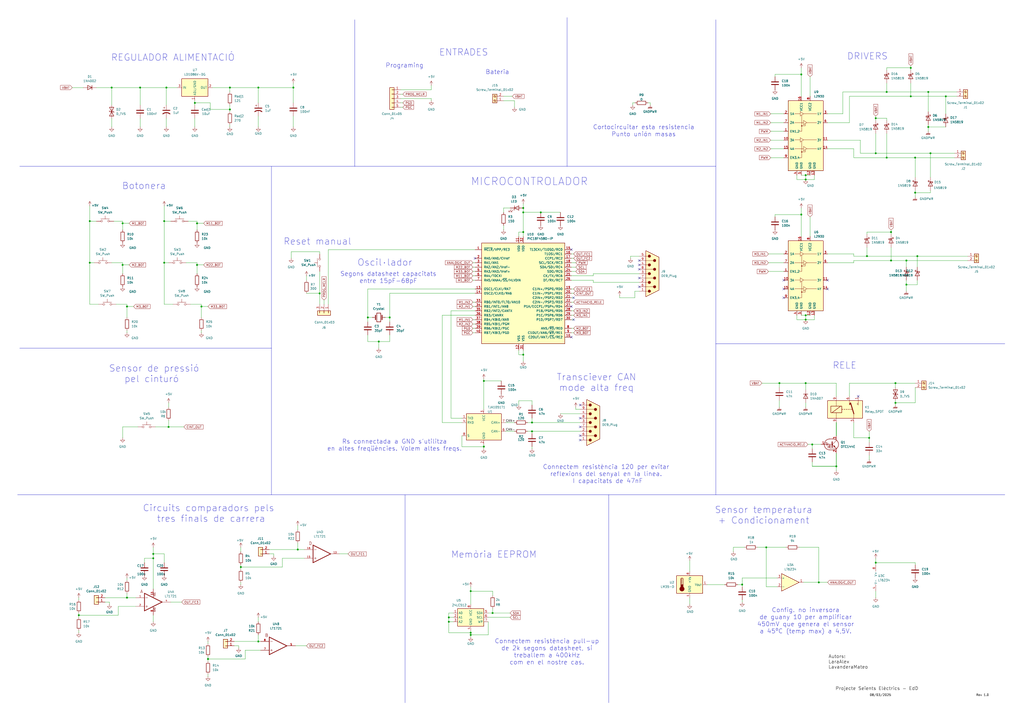
<source format=kicad_sch>
(kicad_sch (version 20231120) (generator "eeschema") (generator_version "8.0")
  (paper "A2")
  (lib_symbols
    (symbol "Amplifier_Operational:LT6234" (pin_names (offset 0.127))
      (property "Reference" "U" (at 0 5.08 0))
      (property "Value" "LT6234" (at 0 -5.08 0))
      (symbol "LT6234_1_1"
        (pin output line (at 7.62 0 180) (length 2.54) (name "~") (number "1"))
        (pin input line (at -7.62 -2.54 0) (length 2.54) (name "-") (number "2"))
        (pin input line (at -7.62 2.54 0) (length 2.54) (name "+") (number "3"))
      )
      (symbol "LT6234_2_1"
        (pin input line (at -7.62 2.54 0) (length 2.54) (name "+") (number "5"))
        (pin input line (at -7.62 -2.54 0) (length 2.54) (name "-") (number "6"))
        (pin output line (at 7.62 0 180) (length 2.54) (name "~") (number "7"))
      )
      (symbol "LT6234_3_1"
        (pin power_in line (at -2.54 -7.62 90) (length 3.81) (name "V-") (number "4"))
        (pin power_in line (at -2.54 7.62 270) (length 3.81) (name "V+") (number "8"))
      )
    )
    (symbol "Connector:DE9_Plug" (pin_names (offset 1.016) hide)
      (property "Reference" "J" (at 0 13.97 0))
      (property "Value" "DE9_Plug" (at 0 -14.605 0))
      (symbol "DE9_Plug_1_1"
        (pin passive line (at -7.62 -10.16 0) (length 3.81) (name "1") (number "1"))
        (pin passive line (at -7.62 -5.08 0) (length 3.81) (name "2") (number "2"))
        (pin passive line (at -7.62 0 0) (length 3.81) (name "3") (number "3"))
        (pin passive line (at -7.62 5.08 0) (length 3.81) (name "4") (number "4"))
        (pin passive line (at -7.62 10.16 0) (length 3.81) (name "5") (number "5"))
        (pin passive line (at -7.62 -7.62 0) (length 3.81) (name "6") (number "6"))
        (pin passive line (at -7.62 -2.54 0) (length 3.81) (name "7") (number "7"))
        (pin passive line (at -7.62 2.54 0) (length 3.81) (name "8") (number "8"))
        (pin passive line (at -7.62 7.62 0) (length 3.81) (name "9") (number "9"))
      )
    )
    (symbol "Connector:Screw_Terminal_01x02" (pin_names (offset 1.016) hide)
      (property "Reference" "J" (at 0 2.54 0))
      (property "Value" "Screw_Terminal_01x02" (at 0 -5.08 0))
      (symbol "Screw_Terminal_01x02_1_1"
        (pin passive line (at -5.08 0 0) (length 3.81) (name "Pin_1") (number "1"))
        (pin passive line (at -5.08 -2.54 0) (length 3.81) (name "Pin_2") (number "2"))
      )
    )
    (symbol "Connector_Generic:Conn_01x02" (pin_names (offset 1.016) hide)
      (property "Reference" "J" (at 0 2.54 0))
      (property "Value" "Conn_01x02" (at 0 -5.08 0))
      (symbol "Conn_01x02_1_1"
        (pin passive line (at -5.08 0 0) (length 3.81) (name "Pin_1") (number "1"))
        (pin passive line (at -5.08 -2.54 0) (length 3.81) (name "Pin_2") (number "2"))
      )
    )
    (symbol "Connector_Generic:Conn_01x03" (pin_names (offset 1.016) hide)
      (property "Reference" "J" (at 0 5.08 0))
      (property "Value" "Conn_01x03" (at 0 -5.08 0))
      (symbol "Conn_01x03_1_1"
        (pin passive line (at -5.08 2.54 0) (length 3.81) (name "Pin_1") (number "1"))
        (pin passive line (at -5.08 0 0) (length 3.81) (name "Pin_2") (number "2"))
        (pin passive line (at -5.08 -2.54 0) (length 3.81) (name "Pin_3") (number "3"))
      )
    )
    (symbol "Connector_Generic:Conn_01x05" (pin_names (offset 1.016) hide)
      (property "Reference" "J" (at 0 7.62 0))
      (property "Value" "Conn_01x05" (at 0 -7.62 0))
      (symbol "Conn_01x05_1_1"
        (pin passive line (at -5.08 5.08 0) (length 3.81) (name "Pin_1") (number "1"))
        (pin passive line (at -5.08 2.54 0) (length 3.81) (name "Pin_2") (number "2"))
        (pin passive line (at -5.08 0 0) (length 3.81) (name "Pin_3") (number "3"))
        (pin passive line (at -5.08 -2.54 0) (length 3.81) (name "Pin_4") (number "4"))
        (pin passive line (at -5.08 -5.08 0) (length 3.81) (name "Pin_5") (number "5"))
      )
    )
    (symbol "Device:C" (pin_numbers hide) (pin_names (offset 0.254))
      (property "Reference" "C" (at 0.635 2.54 0))
      (property "Value" "C" (at 0.635 -2.54 0))
      (symbol "C_1_1"
        (pin passive line (at 0 3.81 270) (length 2.794) (name "~") (number "1"))
        (pin passive line (at 0 -3.81 90) (length 2.794) (name "~") (number "2"))
      )
    )
    (symbol "Device:C_Polarized_US" (pin_numbers hide) (pin_names (offset 0.254) hide)
      (property "Reference" "C" (at 0.635 2.54 0))
      (property "Value" "C_Polarized_US" (at 0.635 -2.54 0))
      (symbol "C_Polarized_US_1_1"
        (pin passive line (at 0 3.81 270) (length 2.794) (name "~") (number "1"))
        (pin passive line (at 0 -3.81 90) (length 3.302) (name "~") (number "2"))
      )
    )
    (symbol "Device:Crystal" (pin_numbers hide) (pin_names (offset 1.016) hide)
      (property "Reference" "Y" (at 0 3.81 0))
      (property "Value" "Crystal" (at 0 -3.81 0))
      (symbol "Crystal_1_1"
        (pin passive line (at -3.81 0 0) (length 1.27) (name "1") (number "1"))
        (pin passive line (at 3.81 0 180) (length 1.27) (name "2") (number "2"))
      )
    )
    (symbol "Device:D_TVS" (pin_numbers hide) (pin_names (offset 1.016) hide)
      (property "Reference" "D" (at 0 2.54 0))
      (property "Value" "D_TVS" (at 0 -2.54 0))
      (symbol "D_TVS_1_1"
        (pin passive line (at -3.81 0 0) (length 2.54) (name "A1") (number "1"))
        (pin passive line (at 3.81 0 180) (length 2.54) (name "A2") (number "2"))
      )
    )
    (symbol "Device:LED" (pin_numbers hide) (pin_names (offset 1.016) hide)
      (property "Reference" "D" (at 0 2.54 0))
      (property "Value" "LED" (at 0 -2.54 0))
      (symbol "LED_1_1"
        (pin passive line (at -3.81 0 0) (length 2.54) (name "K") (number "1"))
        (pin passive line (at 3.81 0 180) (length 2.54) (name "A") (number "2"))
      )
    )
    (symbol "Device:R" (pin_numbers hide) (pin_names (offset 0))
      (property "Reference" "R" (at 2.032 0 90))
      (property "Value" "R" (at 0 0 90))
      (symbol "R_1_1"
        (pin passive line (at 0 3.81 270) (length 1.27) (name "~") (number "1"))
        (pin passive line (at 0 -3.81 90) (length 1.27) (name "~") (number "2"))
      )
    )
    (symbol "Diode:1N4002" (pin_numbers hide) (pin_names hide)
      (property "Reference" "D" (at 0 2.54 0))
      (property "Value" "1N4002" (at 0 -2.54 0))
      (symbol "1N4002_1_1"
        (pin passive line (at -3.81 0 0) (length 2.54) (name "K") (number "1"))
        (pin passive line (at 3.81 0 180) (length 2.54) (name "A") (number "2"))
      )
    )
    (symbol "Diode:1N4007" (pin_numbers hide) (pin_names hide)
      (property "Reference" "D" (at 0 2.54 0))
      (property "Value" "1N4007" (at 0 -2.54 0))
      (symbol "1N4007_1_1"
        (pin passive line (at -3.81 0 0) (length 2.54) (name "K") (number "1"))
        (pin passive line (at 3.81 0 180) (length 2.54) (name "A") (number "2"))
      )
    )
    (symbol "Diode:1N5819" (pin_numbers hide) (pin_names (offset 1.016) hide)
      (property "Reference" "D" (at 0 2.54 0))
      (property "Value" "1N5819" (at 0 -2.54 0))
      (symbol "1N5819_1_1"
        (pin passive line (at -3.81 0 0) (length 2.54) (name "K") (number "1"))
        (pin passive line (at 3.81 0 180) (length 2.54) (name "A") (number "2"))
      )
    )
    (symbol "Driver_Motor:L293D" (pin_names (offset 1.016))
      (property "Reference" "U" (at -5.08 26.035 0))
      (property "Value" "L293D" (at -5.08 24.13 0))
      (symbol "L293D_1_1"
        (pin input line (at -12.7 5.08 0) (length 2.54) (name "EN1,2") (number "1"))
        (pin input line (at -12.7 0 0) (length 2.54) (name "3A") (number "10"))
        (pin output line (at 12.7 0 180) (length 2.54) (name "3Y") (number "11"))
        (pin power_in line (at 2.54 -20.32 90) (length 2.54) (name "GND") (number "12"))
        (pin power_in line (at 5.08 -20.32 90) (length 2.54) (name "GND") (number "13"))
        (pin output line (at 12.7 -5.08 180) (length 2.54) (name "4Y") (number "14"))
        (pin input line (at -12.7 -5.08 0) (length 2.54) (name "4A") (number "15"))
        (pin power_in line (at -2.54 25.4 270) (length 2.54) (name "VCC1") (number "16"))
        (pin input line (at -12.7 15.24 0) (length 2.54) (name "1A") (number "2"))
        (pin output line (at 12.7 15.24 180) (length 2.54) (name "1Y") (number "3"))
        (pin power_in line (at -5.08 -20.32 90) (length 2.54) (name "GND") (number "4"))
        (pin power_in line (at -2.54 -20.32 90) (length 2.54) (name "GND") (number "5"))
        (pin output line (at 12.7 10.16 180) (length 2.54) (name "2Y") (number "6"))
        (pin input line (at -12.7 10.16 0) (length 2.54) (name "2A") (number "7"))
        (pin power_in line (at 2.54 25.4 270) (length 2.54) (name "VCC2") (number "8"))
        (pin input line (at -12.7 -10.16 0) (length 2.54) (name "EN3,4") (number "9"))
      )
    )
    (symbol "MCU_Microchip_PIC18:PIC18F4580-IP" (pin_names (offset 1.27))
      (property "Reference" "U" (at -22.86 30.48 0))
      (property "Value" "PIC18F4580-IP" (at 15.24 -30.48 0))
      (symbol "PIC18F4580-IP_1_1"
        (pin input line (at -27.94 25.4 0) (length 3.81) (name "~{MCLR}/VPP/RE3") (number "1"))
        (pin bidirectional line (at 27.94 -25.4 180) (length 3.81) (name "C2OUT/AN7/~{CS}/RE2") (number "10"))
        (pin power_in line (at -2.54 33.02 270) (length 3.81) (name "VDD") (number "11"))
        (pin power_in line (at -2.54 -33.02 90) (length 3.81) (name "VSS") (number "12"))
        (pin input line (at -27.94 2.54 0) (length 3.81) (name "OSC1/CLKI/RA7") (number "13"))
        (pin output line (at -27.94 0 0) (length 3.81) (name "OSC2/CLKO/RA6") (number "14"))
        (pin bidirectional line (at 27.94 25.4 180) (length 3.81) (name "T13CKI/T1OSO/RC0") (number "15"))
        (pin bidirectional line (at 27.94 22.86 180) (length 3.81) (name "T1OSI/RC1") (number "16"))
        (pin bidirectional line (at 27.94 20.32 180) (length 3.81) (name "CCP1/RC2") (number "17"))
        (pin bidirectional line (at 27.94 17.78 180) (length 3.81) (name "SCL/SCK/RC3") (number "18"))
        (pin bidirectional line (at 27.94 2.54 180) (length 3.81) (name "C1IN+/PSP0/RD0") (number "19"))
        (pin bidirectional line (at -27.94 20.32 0) (length 3.81) (name "RA0/AN0/CVref") (number "2"))
        (pin bidirectional line (at 27.94 0 180) (length 3.81) (name "C1IN-/PSP1/RD1") (number "20"))
        (pin bidirectional line (at 27.94 -2.54 180) (length 3.81) (name "C2IN+/PSP2/RD2") (number "21"))
        (pin bidirectional line (at 27.94 -5.08 180) (length 3.81) (name "C2IN-/PSP3/RD3") (number "22"))
        (pin bidirectional line (at 27.94 15.24 180) (length 3.81) (name "SDA/SDI/RC4") (number "23"))
        (pin bidirectional line (at 27.94 12.7 180) (length 3.81) (name "SDO/RC5") (number "24"))
        (pin bidirectional line (at 27.94 10.16 180) (length 3.81) (name "CK/TX/RC6") (number "25"))
        (pin bidirectional line (at 27.94 7.62 180) (length 3.81) (name "DT/RX/RC7") (number "26"))
        (pin bidirectional line (at 27.94 -7.62 180) (length 3.81) (name "P1A/ECCP1/PSP4/RD4") (number "27"))
        (pin bidirectional line (at 27.94 -10.16 180) (length 3.81) (name "P1B/PSP5/RD5") (number "28"))
        (pin bidirectional line (at 27.94 -12.7 180) (length 3.81) (name "P1C/PSP6/RD6") (number "29"))
        (pin bidirectional line (at -27.94 17.78 0) (length 3.81) (name "RA1/AN1") (number "3"))
        (pin bidirectional line (at 27.94 -15.24 180) (length 3.81) (name "P1D/PSP7/RD7") (number "30"))
        (pin power_in line (at 0 -33.02 90) (length 3.81) (name "VSS") (number "31"))
        (pin power_in line (at 0 33.02 270) (length 3.81) (name "VDD") (number "32"))
        (pin bidirectional line (at -27.94 -5.08 0) (length 3.81) (name "RB0/INT0/FLT0/AN10") (number "33"))
        (pin bidirectional line (at -27.94 -7.62 0) (length 3.81) (name "RB1/INT1/AN8") (number "34"))
        (pin bidirectional line (at -27.94 -10.16 0) (length 3.81) (name "RB2/INT2/CANTX") (number "35"))
        (pin bidirectional line (at -27.94 -12.7 0) (length 3.81) (name "RB3/CANRX") (number "36"))
        (pin bidirectional line (at -27.94 -15.24 0) (length 3.81) (name "RB4/KBI0/AN9") (number "37"))
        (pin bidirectional line (at -27.94 -17.78 0) (length 3.81) (name "RB5/KBI1/PGM") (number "38"))
        (pin bidirectional line (at -27.94 -20.32 0) (length 3.81) (name "RB6/KBI2/PGC") (number "39"))
        (pin bidirectional line (at -27.94 15.24 0) (length 3.81) (name "RA2/AN2/Vref-") (number "4"))
        (pin bidirectional line (at -27.94 -22.86 0) (length 3.81) (name "RB7/KBI3/PGD") (number "40"))
        (pin bidirectional line (at -27.94 12.7 0) (length 3.81) (name "RA3/AN3/Vref+") (number "5"))
        (pin bidirectional line (at -27.94 10.16 0) (length 3.81) (name "RA4/TOCKI") (number "6"))
        (pin bidirectional line (at -27.94 7.62 0) (length 3.81) (name "RA5/ANA4/~{SS}/HLVDIN") (number "7"))
        (pin bidirectional line (at 27.94 -20.32 180) (length 3.81) (name "AN5/~{RD}/RE0") (number "8"))
        (pin bidirectional line (at 27.94 -22.86 180) (length 3.81) (name "C1OUT/AN6/~{WR}/RE1") (number "9"))
      )
    )
    (symbol "MateoProjecte:LT1721" (pin_names (offset 1.016))
      (property "Reference" "U" (at 2.54 3.175 0))
      (property "Value" "LT1721" (at 2.54 -5.08 0))
      (symbol "LT1721_1_0"
        (text "A" (at -7.62 5.08 0) (effects (font (size 1.778 1.778)) (justify left bottom)))
        (text "GND" (at 1.27 -5.715 900) (effects (font (size 0.8128 0.8128)) (justify left bottom)))
        (text "VCC" (at 1.27 3.175 900) (effects (font (size 0.8128 0.8128)) (justify left bottom)))
        (pin input line (at -10.16 2.54 0) (length 5.08) (name "~") (number "1"))
        (pin power_in line (at 0 7.62 270) (length 5.08) (name "~") (number "11"))
        (pin power_in line (at 0 7.62 270) (length 5.08) (name "~") (number "14"))
        (pin input line (at -10.16 -2.54 0) (length 5.08) (name "~") (number "2"))
        (pin power_in line (at 0 -7.62 90) (length 5.08) (name "~") (number "3"))
        (pin output line (at 10.16 0 180) (length 5.08) (name "~") (number "4"))
        (pin power_in line (at 0 -7.62 90) (length 5.08) (name "~") (number "6"))
      )
      (symbol "LT1721_2_0"
        (text "B" (at -7.62 5.08 0) (effects (font (size 1.778 1.778)) (justify left bottom)))
        (pin output line (at 10.16 0 180) (length 5.08) (name "~") (number "5"))
        (pin input line (at -10.16 -2.54 0) (length 5.08) (name "~") (number "7"))
        (pin input line (at -10.16 2.54 0) (length 5.08) (name "~") (number "8"))
      )
      (symbol "LT1721_3_0"
        (text "C" (at -7.62 5.08 0) (effects (font (size 1.778 1.778)) (justify left bottom)))
        (pin input line (at -10.16 -2.54 0) (length 5.08) (name "~") (number "10"))
        (pin output line (at 10.16 0 180) (length 5.08) (name "~") (number "12"))
        (pin input line (at -10.16 2.54 0) (length 5.08) (name "~") (number "9"))
      )
      (symbol "LT1721_4_0"
        (text "D" (at -7.62 5.08 0) (effects (font (size 1.778 1.778)) (justify left bottom)))
        (pin output line (at 10.16 0 180) (length 5.08) (name "~") (number "13"))
        (pin input line (at -10.16 -2.54 0) (length 5.08) (name "~") (number "15"))
        (pin input line (at -10.16 2.54 0) (length 5.08) (name "~") (number "16"))
      )
    )
    (symbol "MateoProjecte:TJA1051T_2"
      (property "Reference" "TJA1051T" (at 19.304 14.478 0))
      (symbol "TJA1051T_2_1_1"
        (pin input line (at 0 10.16 0) (length 2.54) (name "TXD") (number "1"))
        (pin power_in line (at 12.7 -5.08 90) (length 2.54) (name "GND") (number "2"))
        (pin power_in line (at 12.7 15.24 270) (length 2.54) (name "VCC") (number "3"))
        (pin output line (at 0 7.62 0) (length 2.54) (name "RXD") (number "4"))
        (pin no_connect line (at 2.54 2.54 0) (length 2.54) hide (name "NC") (number "5"))
        (pin bidirectional line (at 25.4 2.54 180) (length 2.54) (name "CAN-") (number "6"))
        (pin bidirectional line (at 25.4 7.62 180) (length 2.54) (name "CAN+") (number "7"))
        (pin input line (at 0 0 0) (length 2.54) (name "S") (number "8"))
      )
    )
    (symbol "Memory_EEPROM:24LC512"
      (property "Reference" "U" (at -6.35 6.35 0))
      (property "Value" "24LC512" (at 1.27 6.35 0))
      (symbol "24LC512_1_1"
        (pin input line (at -10.16 2.54 0) (length 2.54) (name "A0") (number "1"))
        (pin input line (at -10.16 0 0) (length 2.54) (name "A1") (number "2"))
        (pin input line (at -10.16 -2.54 0) (length 2.54) (name "A2") (number "3"))
        (pin power_in line (at 0 -7.62 90) (length 2.54) (name "GND") (number "4"))
        (pin bidirectional line (at 10.16 2.54 180) (length 2.54) (name "SDA") (number "5"))
        (pin input line (at 10.16 0 180) (length 2.54) (name "SCL") (number "6"))
        (pin input line (at 10.16 -2.54 180) (length 2.54) (name "WP") (number "7"))
        (pin power_in line (at 0 7.62 270) (length 2.54) (name "VCC") (number "8"))
      )
    )
    (symbol "Regulator_Linear:LD1086V-DG"
      (property "Reference" "U" (at 0 10.16 0))
      (property "Value" "LD1086V-DG" (at 0 7.62 0))
      (symbol "LD1086V-DG_1_1"
        (pin input line (at 0 -7.62 90) (length 2.54) (name "ADJ/GND") (number "1"))
        (pin power_out line (at 10.16 0 180) (length 2.54) (name "OUT") (number "2"))
        (pin power_in line (at -10.16 0 0) (length 2.54) (name "IN") (number "3"))
      )
    )
    (symbol "Relay:Relay_SPDT"
      (property "Reference" "K1" (at 11.43 1.2701 0))
      (property "Value" "Relay_SPDT" (at 11.43 -1.2699 0))
      (symbol "Relay_SPDT_1_1"
        (pin passive line (at 7.62 7.62 270) (length 2.54) (name "~") (number "1"))
        (pin passive line (at 5.08 -7.62 90) (length 2.54) (name "~") (number "5"))
        (pin passive line (at 2.54 7.62 270) (length 2.54) (name "~") (number "6"))
        (pin passive line (at -5.08 -7.62 90) (length 2.54) (name "~") (number "9"))
        (pin passive line (at -5.08 7.62 270) (length 2.54) (name "~") (number "9"))
      )
    )
    (symbol "Sensor_Temperature:LM35-D"
      (property "Reference" "U" (at -6.35 6.35 0))
      (property "Value" "LM35-D" (at 1.27 6.35 0))
      (symbol "LM35-D_1_1"
        (pin output line (at 10.16 0 180) (length 2.54) (name "V_{OUT}") (number "1"))
        (pin no_connect line (at -2.54 -5.08 90) (length 2.54) hide (name "NC") (number "2"))
        (pin no_connect line (at -2.54 5.08 270) (length 2.54) hide (name "NC") (number "3"))
        (pin power_in line (at 0 -7.62 90) (length 2.54) (name "GND") (number "4"))
        (pin no_connect line (at 2.54 -5.08 90) (length 2.54) hide (name "NC") (number "5"))
        (pin no_connect line (at 5.08 -5.08 90) (length 2.54) hide (name "NC") (number "6"))
        (pin no_connect line (at 7.62 2.54 180) (length 2.54) hide (name "NC") (number "7"))
        (pin power_in line (at 0 7.62 270) (length 2.54) (name "+V_{S}") (number "8"))
      )
    )
    (symbol "Switch:SW_Push" (pin_numbers hide) (pin_names (offset 1.016) hide)
      (property "Reference" "SW" (at 1.27 2.54 0))
      (property "Value" "SW_Push" (at 0 -1.524 0))
      (symbol "SW_Push_0_1"
        (pin passive line (at -5.08 0 0) (length 2.54) (name "1") (number "1"))
        (pin passive line (at 5.08 0 180) (length 2.54) (name "2") (number "2"))
      )
    )
    (symbol "Transistor_BJT:DTC144E" (pin_names (offset 0) hide)
      (property "Reference" "Q" (at 5.08 1.905 0))
      (property "Value" "DTC144E" (at 5.08 0 0))
      (symbol "DTC144E_0_0"
        (text "47k" (at -3.302 0.889 0) (effects (font (size 0.508 0.508))))
        (text "47k" (at -2.159 -1.524 900) (effects (font (size 0.508 0.508))))
      )
      (symbol "DTC144E_1_1"
        (pin input line (at -6.35 0 0) (length 2.54) (name "B") (number "1"))
        (pin passive line (at 2.54 -5.08 90) (length 2.54) (name "E") (number "2"))
        (pin passive line (at 2.54 5.08 270) (length 2.54) (name "C") (number "3"))
      )
    )
    (symbol "power:+5V" (power) (pin_numbers hide) (pin_names (offset 0) hide)
      (property "Value" "+5V" (at 0 3.556 0))
      (symbol "+5V_1_1"
        (pin power_in line (at 0 0 90) (length 0) (name "~") (number "1"))
      )
    )
    (symbol "power:GND" (power) (pin_numbers hide) (pin_names (offset 0) hide)
      (property "Value" "GND" (at 0 -3.81 0))
      (symbol "GND_1_1"
        (pin power_in line (at 0 0 270) (length 0) (name "~") (number "1"))
      )
    )
    (symbol "power:GNDPWR" (power) (pin_numbers hide) (pin_names (offset 0) hide)
      (property "Value" "GNDPWR" (at 0 -3.302 0))
      (symbol "GNDPWR_1_1"
        (pin power_in line (at 0 0 270) (length 0) (name "~") (number "1"))
      )
    )
  )
  (junction (at 508 88.9))
  (junction (at 464.82 43.18))
  (junction (at 95.25 152.4))
  (junction (at 516.89 151.13))
  (junction (at 303.53 205.74))
  (junction (at 539.75 88.9))
  (junction (at 538.48 73.66))
  (junction (at 508 68.58))
  (junction (at 73.66 346.71))
  (junction (at 530.86 111.76))
  (junction (at 170.18 50.8))
  (junction (at 133.35 63.5))
  (junction (at 525.78 165.1))
  (junction (at 471.17 257.81))
  (junction (at 285.75 355.6))
  (junction (at 73.66 177.8))
  (junction (at 116.84 177.8))
  (junction (at 149.86 372.11))
  (junction (at 504.19 254))
  (junction (at 538.48 53.34))
  (junction (at 273.05 367.03))
  (junction (at 273.05 342.9))
  (junction (at 120.65 382.27))
  (junction (at 474.98 337.82))
  (junction (at 114.3 153.67))
  (junction (at 514.35 91.44))
  (junction (at 308.61 245.11))
  (junction (at 519.43 233.68))
  (junction (at 149.86 50.8))
  (junction (at 502.92 148.59))
  (junction (at 52.07 152.4))
  (junction (at 303.53 120.65))
  (junction (at 508 326.39))
  (junction (at 303.53 123.19))
  (junction (at 114.3 129.54))
  (junction (at 88.9 321.31))
  (junction (at 280.67 259.08))
  (junction (at 485.14 270.51))
  (junction (at 81.28 50.8))
  (junction (at 532.13 148.59))
  (junction (at 45.72 356.87))
  (junction (at 430.53 339.09))
  (junction (at 52.07 128.27))
  (junction (at 467.36 182.88))
  (junction (at 467.36 104.14))
  (junction (at 219.71 198.12))
  (junction (at 273.05 368.3))
  (junction (at 308.61 250.19))
  (junction (at 96.52 50.8))
  (junction (at 464.82 124.46))
  (junction (at 530.86 91.44))
  (junction (at 467.36 222.25))
  (junction (at 113.03 59.69))
  (junction (at 444.5 317.5))
  (junction (at 97.79 247.65))
  (junction (at 139.7 328.93))
  (junction (at 519.43 222.25))
  (junction (at 64.77 50.8))
  (junction (at 71.12 153.67))
  (junction (at 467.36 185.42))
  (junction (at 548.64 55.88))
  (junction (at 528.32 55.88))
  (junction (at 260.35 360.68))
  (junction (at 303.53 134.62))
  (junction (at 452.12 222.25))
  (junction (at 516.89 134.62))
  (junction (at 528.32 39.37))
  (junction (at 172.72 318.77))
  (junction (at 95.25 128.27))
  (junction (at 88.9 323.85))
  (junction (at 525.78 151.13))
  (junction (at 213.36 184.15))
  (junction (at 260.35 358.14))
  (junction (at 133.35 50.8))
  (junction (at 280.67 220.98))
  (junction (at 514.35 53.34))
  (junction (at 226.06 184.15))
  (junction (at 467.36 101.6))
  (junction (at 185.42 170.18))
  (junction (at 313.69 123.19))
  (junction (at 71.12 129.54))
  (no_connect (at 331.47 195.58))
  (no_connect (at 336.55 252.73))
  (no_connect (at 370.84 153.67))
  (no_connect (at 480.06 167.64))
  (no_connect (at 336.55 242.57))
  (no_connect (at 370.84 156.21))
  (no_connect (at 370.84 166.37))
  (no_connect (at 454.66 172.72))
  (no_connect (at 336.55 247.65))
  (no_connect (at 332.74 172.72))
  (no_connect (at 370.84 151.13))
  (no_connect (at 336.55 234.95))
  (no_connect (at 480.06 162.56))
  (no_connect (at 336.55 255.27))
  (no_connect (at 275.59 149.86))
  (no_connect (at 331.47 177.8))
  (no_connect (at 331.47 144.78))
  (no_connect (at 454.66 162.56))
  (no_connect (at 332.74 185.42))
  (no_connect (at 370.84 161.29))
  (no_connect (at 497.84 229.87))
  (no_connect (at 454.66 167.64))
  (wire (pts (xy 469.9 44.45) (xy 469.9 55.88)))
  (wire (pts (xy 190.5 144.78) (xy 275.59 144.78)))
  (wire (pts (xy 71.12 153.67) (xy 71.12 158.75)))
  (wire (pts (xy 110.49 176.53) (xy 116.84 176.53)))
  (wire (pts (xy 60.96 349.25) (xy 63.5 349.25)))
  (wire (pts (xy 445.77 152.4) (xy 454.66 152.4)))
  (wire (pts (xy 430.53 339.09) (xy 430.53 335.28)))
  (wire (pts (xy 156.21 318.77) (xy 172.72 318.77)))
  (wire (pts (xy 306.07 250.19) (xy 308.61 250.19)))
  (wire (pts (xy 280.67 260.35) (xy 280.67 259.08)))
  (wire (pts (xy 68.58 351.79) (xy 78.74 351.79)))
  (wire (pts (xy 492.76 55.88) (xy 492.76 71.12)))
  (wire (pts (xy 300.99 205.74) (xy 300.99 203.2)))
  (wire (pts (xy 300.99 134.62) (xy 303.53 134.62)))
  (wire (pts (xy 113.03 68.58) (xy 113.03 73.66)))
  (polyline (pts (xy 328.93 96.52) (xy 415.29 96.52)))
  (wire (pts (xy 303.53 205.74) (xy 303.53 203.2)))
  (wire (pts (xy 447.04 86.36) (xy 454.66 86.36)))
  (polyline (pts (xy 157.48 96.52) (xy 157.48 201.93)))
  (wire (pts (xy 295.91 120.65) (xy 292.1 120.65)))
  (wire (pts (xy 492.76 222.25) (xy 519.43 222.25)))
  (wire (pts (xy 45.72 356.87) (xy 68.58 356.87)))
  (wire (pts (xy 73.66 176.53) (xy 73.66 177.8)))
  (wire (pts (xy 226.06 170.18) (xy 275.59 170.18)))
  (wire (pts (xy 52.07 119.38) (xy 52.07 128.27)))
  (wire (pts (xy 95.25 128.27) (xy 95.25 152.4)))
  (wire (pts (xy 504.19 250.19) (xy 504.19 254)))
  (wire (pts (xy 306.07 245.11) (xy 308.61 245.11)))
  (wire (pts (xy 113.03 59.69) (xy 113.03 60.96)))
  (wire (pts (xy 449.58 43.18) (xy 464.82 43.18)))
  (wire (pts (xy 499.11 88.9) (xy 499.11 81.28)))
  (wire (pts (xy 530.86 91.44) (xy 553.72 91.44)))
  (wire (pts (xy 480.06 152.4) (xy 495.3 152.4)))
  (wire (pts (xy 267.97 259.08) (xy 280.67 259.08)))
  (wire (pts (xy 539.75 110.49) (xy 539.75 111.76)))
  (wire (pts (xy 71.12 128.27) (xy 71.12 129.54)))
  (wire (pts (xy 530.86 327.66) (xy 530.86 326.39)))
  (wire (pts (xy 495.3 86.36) (xy 480.06 86.36)))
  (wire (pts (xy 530.86 224.79) (xy 530.86 233.68)))
  (wire (pts (xy 226.06 194.31) (xy 226.06 198.12)))
  (wire (pts (xy 45.72 346.71) (xy 45.72 347.98)))
  (wire (pts (xy 502.92 135.89) (xy 502.92 134.62)))
  (wire (pts (xy 462.28 182.88) (xy 462.28 185.42)))
  (wire (pts (xy 97.79 247.65) (xy 106.68 247.65)))
  (wire (pts (xy 149.86 50.8) (xy 133.35 50.8)))
  (wire (pts (xy 539.75 111.76) (xy 530.86 111.76)))
  (wire (pts (xy 256.54 245.11) (xy 267.97 245.11)))
  (wire (pts (xy 464.82 39.37) (xy 464.82 43.18)))
  (wire (pts (xy 300.99 205.74) (xy 303.53 205.74)))
  (wire (pts (xy 308.61 259.08) (xy 308.61 260.35)))
  (wire (pts (xy 519.43 222.25) (xy 519.43 224.79)))
  (wire (pts (xy 213.36 198.12) (xy 213.36 194.31)))
  (polyline (pts (xy 157.48 287.02) (xy 157.48 201.93)))
  (wire (pts (xy 367.03 60.96) (xy 367.03 59.69)))
  (wire (pts (xy 135.89 372.11) (xy 149.86 372.11)))
  (wire (pts (xy 488.95 66.04) (xy 480.06 66.04)))
  (wire (pts (xy 331.47 154.94) (xy 334.01 154.94)))
  (wire (pts (xy 525.78 165.1) (xy 532.13 165.1)))
  (wire (pts (xy 525.78 151.13) (xy 561.34 151.13)))
  (wire (pts (xy 467.36 101.6) (xy 467.36 104.14)))
  (wire (pts (xy 331.47 149.86) (xy 332.74 149.86)))
  (wire (pts (xy 280.67 257.81) (xy 280.67 259.08)))
  (wire (pts (xy 116.84 176.53) (xy 116.84 177.8)))
  (wire (pts (xy 370.84 168.91) (xy 368.3 168.91)))
  (wire (pts (xy 133.35 63.5) (xy 121.92 63.5)))
  (wire (pts (xy 300.99 137.16) (xy 300.99 134.62)))
  (wire (pts (xy 219.71 201.93) (xy 219.71 198.12)))
  (wire (pts (xy 462.28 185.42) (xy 467.36 185.42)))
  (wire (pts (xy 45.72 367.03) (xy 45.72 365.76)))
  (wire (pts (xy 274.32 185.42) (xy 275.59 185.42)))
  (wire (pts (xy 114.3 153.67) (xy 114.3 158.75)))
  (wire (pts (xy 331.47 193.04) (xy 332.74 193.04)))
  (wire (pts (xy 514.35 53.34) (xy 538.48 53.34)))
  (wire (pts (xy 303.53 118.11) (xy 303.53 120.65)))
  (wire (pts (xy 96.52 50.8) (xy 96.52 60.96)))
  (wire (pts (xy 260.35 355.6) (xy 260.35 358.14)))
  (wire (pts (xy 260.35 360.68) (xy 260.35 367.03)))
  (wire (pts (xy 508 323.85) (xy 508 326.39)))
  (wire (pts (xy 120.65 381) (xy 120.65 382.27)))
  (wire (pts (xy 514.35 69.85) (xy 514.35 68.58)))
  (wire (pts (xy 226.06 198.12) (xy 219.71 198.12)))
  (wire (pts (xy 474.98 337.82) (xy 480.06 337.82)))
  (wire (pts (xy 260.35 367.03) (xy 273.05 367.03)))
  (wire (pts (xy 274.32 177.8) (xy 275.59 177.8)))
  (wire (pts (xy 67.31 176.53) (xy 73.66 176.53)))
  (wire (pts (xy 561.34 148.59) (xy 532.13 148.59)))
  (wire (pts (xy 430.53 335.28) (xy 450.85 335.28)))
  (wire (pts (xy 519.43 222.25) (xy 530.86 222.25)))
  (wire (pts (xy 431.8 317.5) (xy 425.45 317.5)))
  (wire (pts (xy 73.66 177.8) (xy 77.47 177.8)))
  (wire (pts (xy 170.18 67.31) (xy 170.18 73.66)))
  (wire (pts (xy 303.53 123.19) (xy 303.53 134.62)))
  (wire (pts (xy 430.53 347.98) (xy 430.53 349.25)))
  (wire (pts (xy 138.43 374.65) (xy 138.43 375.92)))
  (wire (pts (xy 185.42 170.18) (xy 185.42 176.53)))
  (wire (pts (xy 444.5 317.5) (xy 455.93 317.5)))
  (wire (pts (xy 274.32 152.4) (xy 275.59 152.4)))
  (wire (pts (xy 538.48 73.66) (xy 538.48 76.2)))
  (wire (pts (xy 367.03 59.69) (xy 368.3 59.69)))
  (wire (pts (xy 158.75 321.31) (xy 158.75 322.58)))
  (wire (pts (xy 55.88 50.8) (xy 64.77 50.8)))
  (wire (pts (xy 485.14 270.51) (xy 485.14 273.05)))
  (wire (pts (xy 331.47 147.32) (xy 332.74 147.32)))
  (wire (pts (xy 492.76 229.87) (xy 492.76 222.25)))
  (wire (pts (xy 485.14 245.11) (xy 485.14 252.73)) (stroke (width 0.3048)))
  (wire (pts (xy 368.3 168.91) (xy 368.3 172.72)))
  (wire (pts (xy 447.04 66.04) (xy 454.66 66.04)))
  (wire (pts (xy 495.3 148.59) (xy 495.3 147.32)))
  (polyline (pts (xy 11.43 201.93) (xy 157.48 201.93)))
  (wire (pts (xy 331.47 190.5) (xy 332.74 190.5)))
  (wire (pts (xy 365.76 148.59) (xy 370.84 148.59)))
  (wire (pts (xy 170.18 50.8) (xy 149.86 50.8)))
  (wire (pts (xy 52.07 152.4) (xy 54.61 152.4)))
  (wire (pts (xy 368.3 172.72) (xy 359.41 172.72)))
  (wire (pts (xy 95.25 128.27) (xy 99.06 128.27)))
  (wire (pts (xy 472.44 182.88) (xy 472.44 185.42)))
  (wire (pts (xy 504.19 264.16) (xy 504.19 266.7)))
  (wire (pts (xy 283.21 368.3) (xy 273.05 368.3)))
  (wire (pts (xy 280.67 219.71) (xy 280.67 220.98)))
  (wire (pts (xy 538.48 72.39) (xy 538.48 73.66)))
  (wire (pts (xy 213.36 167.64) (xy 275.59 167.64)))
  (wire (pts (xy 508 342.9) (xy 508 346.71)))
  (wire (pts (xy 283.21 358.14) (xy 295.91 358.14)))
  (wire (pts (xy 170.18 48.26) (xy 170.18 50.8)))
  (wire (pts (xy 283.21 355.6) (xy 285.75 355.6)))
  (wire (pts (xy 71.12 247.65) (xy 71.12 254)))
  (wire (pts (xy 274.32 190.5) (xy 275.59 190.5)))
  (wire (pts (xy 149.86 59.69) (xy 149.86 50.8)))
  (wire (pts (xy 410.21 339.09) (xy 420.37 339.09)))
  (wire (pts (xy 52.07 176.53) (xy 57.15 176.53)))
  (wire (pts (xy 485.14 222.25) (xy 467.36 222.25)))
  (wire (pts (xy 514.35 91.44) (xy 530.86 91.44)))
  (wire (pts (xy 120.65 382.27) (xy 142.24 382.27)))
  (wire (pts (xy 449.58 125.73) (xy 449.58 124.46)))
  (wire (pts (xy 303.53 123.19) (xy 313.69 123.19)))
  (wire (pts (xy 331.47 182.88) (xy 332.74 182.88)))
  (wire (pts (xy 73.66 191.77) (xy 73.66 193.04)))
  (wire (pts (xy 528.32 39.37) (xy 528.32 40.64)))
  (wire (pts (xy 467.36 101.6) (xy 469.9 101.6)))
  (wire (pts (xy 365.76 149.86) (xy 365.76 148.59)))
  (wire (pts (xy 83.82 323.85) (xy 83.82 326.39)))
  (wire (pts (xy 508 326.39) (xy 530.86 326.39)))
  (polyline (pts (xy 353.06 287.02) (xy 353.06 407.67)))
  (wire (pts (xy 52.07 128.27) (xy 55.88 128.27)))
  (wire (pts (xy 45.72 355.6) (xy 45.72 356.87)))
  (wire (pts (xy 344.17 163.83) (xy 344.17 162.56)))
  (wire (pts (xy 73.66 346.71) (xy 78.74 346.71)))
  (wire (pts (xy 400.05 325.12) (xy 400.05 331.47)))
  (wire (pts (xy 471.17 260.35) (xy 471.17 257.81)))
  (wire (pts (xy 262.89 355.6) (xy 260.35 355.6)))
  (wire (pts (xy 274.32 193.04) (xy 275.59 193.04)))
  (wire (pts (xy 344.17 163.83) (xy 370.84 163.83)))
  (wire (pts (xy 96.52 50.8) (xy 102.87 50.8)))
  (wire (pts (xy 508 68.58) (xy 508 69.85)))
  (wire (pts (xy 256.54 182.88) (xy 275.59 182.88)))
  (wire (pts (xy 298.45 58.42) (xy 292.1 58.42)))
  (wire (pts (xy 187.96 173.99) (xy 187.96 176.53)))
  (wire (pts (xy 97.79 233.68) (xy 97.79 236.22)))
  (wire (pts (xy 516.89 151.13) (xy 525.78 151.13)))
  (wire (pts (xy 488.95 53.34) (xy 488.95 66.04)))
  (wire (pts (xy 308.61 250.19) (xy 336.55 250.19)))
  (polyline (pts (xy 415.29 199.39) (xy 582.93 199.39)))
  (wire (pts (xy 532.13 162.56) (xy 532.13 165.1)))
  (wire (pts (xy 300.99 232.41) (xy 300.99 234.95)))
  (wire (pts (xy 149.86 67.31) (xy 149.86 73.66)))
  (wire (pts (xy 449.58 124.46) (xy 464.82 124.46)))
  (wire (pts (xy 495.3 151.13) (xy 495.3 152.4)))
  (wire (pts (xy 261.62 242.57) (xy 267.97 242.57)))
  (wire (pts (xy 485.14 262.89) (xy 485.14 270.51)) (stroke (width 0.254)))
  (wire (pts (xy 71.12 129.54) (xy 74.93 129.54)))
  (wire (pts (xy 293.37 250.19) (xy 298.45 250.19)))
  (wire (pts (xy 274.32 162.56) (xy 275.59 162.56)))
  (wire (pts (xy 260.35 358.14) (xy 260.35 360.68)))
  (wire (pts (xy 336.55 237.49) (xy 334.01 237.49)))
  (wire (pts (xy 121.92 59.69) (xy 113.03 59.69)))
  (wire (pts (xy 273.05 365.76) (xy 273.05 367.03)))
  (wire (pts (xy 172.72 318.77) (xy 176.53 318.77)))
  (wire (pts (xy 444.5 340.36) (xy 450.85 340.36)))
  (wire (pts (xy 226.06 170.18) (xy 226.06 184.15)))
  (wire (pts (xy 308.61 242.57) (xy 308.61 245.11)))
  (wire (pts (xy 71.12 247.65) (xy 80.01 247.65)))
  (wire (pts (xy 331.47 170.18) (xy 332.74 170.18)))
  (wire (pts (xy 538.48 73.66) (xy 548.64 73.66)))
  (wire (pts (xy 548.64 55.88) (xy 554.99 55.88)))
  (wire (pts (xy 492.76 55.88) (xy 528.32 55.88)))
  (wire (pts (xy 256.54 182.88) (xy 256.54 245.11)))
  (wire (pts (xy 292.1 120.65) (xy 292.1 123.19)))
  (wire (pts (xy 283.21 360.68) (xy 283.21 368.3)))
  (wire (pts (xy 538.48 53.34) (xy 554.99 53.34)))
  (wire (pts (xy 447.04 71.12) (xy 454.66 71.12)))
  (wire (pts (xy 116.84 191.77) (xy 116.84 193.04)))
  (wire (pts (xy 464.82 120.65) (xy 464.82 124.46)))
  (wire (pts (xy 114.3 128.27) (xy 114.3 129.54)))
  (wire (pts (xy 71.12 129.54) (xy 71.12 133.35)))
  (wire (pts (xy 139.7 327.66) (xy 139.7 328.93)))
  (wire (pts (xy 447.04 76.2) (xy 454.66 76.2)))
  (wire (pts (xy 530.86 233.68) (xy 519.43 233.68)))
  (wire (pts (xy 508 326.39) (xy 508 327.66)))
  (wire (pts (xy 105.41 349.25) (xy 99.06 349.25)))
  (wire (pts (xy 495.3 245.11) (xy 495.3 254)))
  (wire (pts (xy 488.95 53.34) (xy 514.35 53.34)))
  (wire (pts (xy 502.92 148.59) (xy 532.13 148.59)))
  (wire (pts (xy 260.35 358.14) (xy 262.89 358.14)))
  (wire (pts (xy 467.36 182.88) (xy 469.9 182.88)))
  (wire (pts (xy 176.53 323.85) (xy 163.83 323.85)))
  (wire (pts (xy 467.36 182.88) (xy 467.36 185.42)))
  (wire (pts (xy 502.92 134.62) (xy 516.89 134.62)))
  (wire (pts (xy 464.82 124.46) (xy 464.82 137.16)))
  (wire (pts (xy 114.3 129.54) (xy 118.11 129.54)))
  (wire (pts (xy 41.91 50.8) (xy 48.26 50.8)))
  (polyline (pts (xy 10.16 287.02) (xy 353.06 287.02)))
  (wire (pts (xy 452.12 222.25) (xy 452.12 224.79)))
  (wire (pts (xy 400.05 346.71) (xy 400.05 350.52)))
  (wire (pts (xy 185.42 147.32) (xy 185.42 146.05)))
  (wire (pts (xy 116.84 177.8) (xy 120.65 177.8)))
  (wire (pts (xy 430.53 339.09) (xy 430.53 340.36)))
  (wire (pts (xy 331.47 167.64) (xy 332.74 167.64)))
  (wire (pts (xy 213.36 184.15) (xy 213.36 186.69)))
  (wire (pts (xy 464.82 43.18) (xy 464.82 55.88)))
  (polyline (pts (xy 234.95 287.02) (xy 234.95 407.67)))
  (wire (pts (xy 519.43 232.41) (xy 519.43 233.68)))
  (wire (pts (xy 120.65 382.27) (xy 120.65 383.54)))
  (wire (pts (xy 525.78 162.56) (xy 525.78 165.1)))
  (wire (pts (xy 95.25 152.4) (xy 95.25 176.53)))
  (wire (pts (xy 464.82 101.6) (xy 467.36 101.6)))
  (wire (pts (xy 142.24 382.27) (xy 142.24 377.19)))
  (wire (pts (xy 149.86 372.11) (xy 151.13 372.11)))
  (wire (pts (xy 548.64 66.04) (xy 548.64 55.88)))
  (wire (pts (xy 467.36 185.42) (xy 472.44 185.42)))
  (wire (pts (xy 133.35 73.66) (xy 133.35 72.39)))
  (wire (pts (xy 149.86 358.14) (xy 149.86 360.68)))
  (wire (pts (xy 66.04 128.27) (xy 71.12 128.27)))
  (wire (pts (xy 308.61 250.19) (xy 308.61 251.46)))
  (wire (pts (xy 441.96 222.25) (xy 452.12 222.25)))
  (wire (pts (xy 480.06 147.32) (xy 495.3 147.32)))
  (wire (pts (xy 514.35 77.47) (xy 514.35 91.44)))
  (wire (pts (xy 532.13 154.94) (xy 532.13 148.59)))
  (wire (pts (xy 96.52 68.58) (xy 96.52 73.66)))
  (wire (pts (xy 73.66 346.71) (xy 73.66 344.17)))
  (wire (pts (xy 377.19 60.96) (xy 377.19 59.69)))
  (wire (pts (xy 163.83 323.85) (xy 163.83 328.93)))
  (wire (pts (xy 303.53 120.65) (xy 303.53 123.19)))
  (wire (pts (xy 474.98 317.5) (xy 463.55 317.5)))
  (wire (pts (xy 260.35 360.68) (xy 262.89 360.68)))
  (wire (pts (xy 113.03 58.42) (xy 113.03 59.69)))
  (wire (pts (xy 273.05 342.9) (xy 285.75 342.9)))
  (wire (pts (xy 52.07 128.27) (xy 52.07 152.4)))
  (wire (pts (xy 64.77 152.4) (xy 71.12 152.4)))
  (wire (pts (xy 359.41 172.72) (xy 359.41 171.45)))
  (wire (pts (xy 63.5 349.25) (xy 63.5 350.52)))
  (wire (pts (xy 539.75 88.9) (xy 553.72 88.9)))
  (wire (pts (xy 120.65 372.11) (xy 120.65 373.38)))
  (wire (pts (xy 444.5 317.5) (xy 444.5 340.36)))
  (wire (pts (xy 313.69 123.19) (xy 325.12 123.19)))
  (wire (pts (xy 114.3 153.67) (xy 118.11 153.67)))
  (wire (pts (xy 185.42 170.18) (xy 177.8 170.18)))
  (wire (pts (xy 466.09 337.82) (xy 474.98 337.82)))
  (wire (pts (xy 109.22 128.27) (xy 114.3 128.27)))
  (wire (pts (xy 331.47 162.56) (xy 344.17 162.56)))
  (wire (pts (xy 480.06 81.28) (xy 499.11 81.28)))
  (wire (pts (xy 514.35 39.37) (xy 528.32 39.37)))
  (wire (pts (xy 303.53 137.16) (xy 303.53 134.62)))
  (wire (pts (xy 64.77 68.58) (xy 64.77 73.66)))
  (wire (pts (xy 508 67.31) (xy 508 68.58)))
  (wire (pts (xy 123.19 50.8) (xy 133.35 50.8)))
  (wire (pts (xy 331.47 175.26) (xy 332.74 175.26)))
  (wire (pts (xy 447.04 91.44) (xy 454.66 91.44)))
  (wire (pts (xy 107.95 152.4) (xy 114.3 152.4)))
  (wire (pts (xy 447.04 81.28) (xy 454.66 81.28)))
  (wire (pts (xy 293.37 245.11) (xy 298.45 245.11)))
  (wire (pts (xy 139.7 328.93) (xy 139.7 330.2)))
  (wire (pts (xy 95.25 119.38) (xy 95.25 128.27)))
  (wire (pts (xy 298.45 62.23) (xy 298.45 58.42)))
  (wire (pts (xy 274.32 157.48) (xy 275.59 157.48)))
  (wire (pts (xy 232.41 59.69) (xy 233.68 59.69)))
  (polyline (pts (xy 328.93 10.16) (xy 328.93 96.52)))
  (wire (pts (xy 331.47 160.02) (xy 344.17 160.02)))
  (wire (pts (xy 525.78 168.91) (xy 525.78 165.1)))
  (wire (pts (xy 308.61 234.95) (xy 308.61 232.41)))
  (wire (pts (xy 274.32 154.94) (xy 275.59 154.94)))
  (wire (pts (xy 462.28 101.6) (xy 462.28 104.14)))
  (wire (pts (xy 539.75 88.9) (xy 539.75 102.87)))
  (wire (pts (xy 508 77.47) (xy 508 88.9)))
  (wire (pts (xy 528.32 48.26) (xy 528.32 55.88)))
  (wire (pts (xy 495.3 254) (xy 504.19 254)))
  (wire (pts (xy 530.86 91.44) (xy 530.86 102.87)))
  (wire (pts (xy 95.25 321.31) (xy 88.9 321.31)))
  (wire (pts (xy 331.47 185.42) (xy 332.74 185.42)))
  (wire (pts (xy 467.36 233.68) (xy 467.36 236.22)))
  (wire (pts (xy 116.84 177.8) (xy 116.84 184.15)))
  (wire (pts (xy 331.47 157.48) (xy 334.01 157.48)))
  (polyline (pts (xy 11.43 96.52) (xy 205.74 96.52)))
  (wire (pts (xy 425.45 317.5) (xy 425.45 320.04)))
  (wire (pts (xy 538.48 64.77) (xy 538.48 53.34)))
  (wire (pts (xy 474.98 317.5) (xy 474.98 337.82)))
  (wire (pts (xy 285.75 353.06) (xy 285.75 355.6)))
  (wire (pts (xy 88.9 323.85) (xy 88.9 341.63)))
  (wire (pts (xy 114.3 152.4) (xy 114.3 153.67)))
  (wire (pts (xy 81.28 68.58) (xy 81.28 73.66)))
  (wire (pts (xy 285.75 355.6) (xy 295.91 355.6)))
  (wire (pts (xy 170.18 59.69) (xy 170.18 50.8)))
  (wire (pts (xy 467.36 222.25) (xy 467.36 226.06)))
  (wire (pts (xy 471.17 270.51) (xy 485.14 270.51)) (stroke (width 0.254)))
  (wire (pts (xy 519.43 233.68) (xy 519.43 234.95)))
  (wire (pts (xy 68.58 356.87) (xy 68.58 351.79)))
  (wire (pts (xy 472.44 101.6) (xy 472.44 104.14)))
  (wire (pts (xy 492.76 71.12) (xy 480.06 71.12)))
  (wire (pts (xy 344.17 158.75) (xy 344.17 160.02)))
  (wire (pts (xy 495.3 148.59) (xy 502.92 148.59)))
  (wire (pts (xy 273.05 369.57) (xy 273.05 368.3)))
  (wire (pts (xy 280.67 220.98) (xy 280.67 237.49)))
  (wire (pts (xy 133.35 53.34) (xy 133.35 50.8)))
  (wire (pts (xy 452.12 232.41) (xy 452.12 236.22)))
  (polyline (pts (xy 353.06 287.02) (xy 582.93 287.02)))
  (wire (pts (xy 331.47 172.72) (xy 332.74 172.72)))
  (wire (pts (xy 232.41 52.07) (xy 250.19 52.07)))
  (wire (pts (xy 495.3 91.44) (xy 495.3 86.36)))
  (wire (pts (xy 71.12 153.67) (xy 74.93 153.67)))
  (wire (pts (xy 303.53 209.55) (xy 303.53 205.74)))
  (wire (pts (xy 95.25 176.53) (xy 100.33 176.53)))
  (polyline (pts (xy 415.29 11.43) (xy 415.29 199.39)))
  (wire (pts (xy 139.7 317.5) (xy 139.7 320.04)))
  (wire (pts (xy 88.9 321.31) (xy 88.9 323.85)))
  (wire (pts (xy 273.05 342.9) (xy 273.05 350.52)))
  (wire (pts (xy 163.83 328.93) (xy 139.7 328.93)))
  (wire (pts (xy 495.3 91.44) (xy 514.35 91.44)))
  (wire (pts (xy 81.28 50.8) (xy 96.52 50.8)))
  (wire (pts (xy 273.05 368.3) (xy 273.05 367.03)))
  (wire (pts (xy 52.07 152.4) (xy 52.07 176.53)))
  (wire (pts (xy 156.21 321.31) (xy 158.75 321.31)))
  (wire (pts (xy 114.3 129.54) (xy 114.3 133.35)))
  (wire (pts (xy 168.91 146.05) (xy 168.91 149.86)))
  (wire (pts (xy 516.89 133.35) (xy 516.89 134.62)))
  (wire (pts (xy 274.32 160.02) (xy 275.59 160.02)))
  (wire (pts (xy 171.45 374.65) (xy 177.8 374.65)))
  (wire (pts (xy 427.99 339.09) (xy 430.53 339.09)))
  (wire (pts (xy 514.35 68.58) (xy 508 68.58)))
  (wire (pts (xy 232.41 54.61) (xy 233.68 54.61)))
  (wire (pts (xy 516.89 143.51) (xy 516.89 151.13)))
  (wire (pts (xy 516.89 134.62) (xy 516.89 135.89)))
  (wire (pts (xy 172.72 314.96) (xy 172.72 318.77)))
  (wire (pts (xy 297.18 55.88) (xy 292.1 55.88)))
  (wire (pts (xy 504.19 254) (xy 504.19 256.54)))
  (wire (pts (xy 133.35 60.96) (xy 133.35 63.5)))
  (wire (pts (xy 502.92 143.51) (xy 502.92 148.59)))
  (wire (pts (xy 185.42 146.05) (xy 168.91 146.05)))
  (wire (pts (xy 377.19 59.69) (xy 375.92 59.69)))
  (wire (pts (xy 449.58 44.45) (xy 449.58 43.18)))
  (wire (pts (xy 331.47 152.4) (xy 334.01 152.4)))
  (wire (pts (xy 508 88.9) (xy 539.75 88.9)))
  (wire (pts (xy 495.3 151.13) (xy 516.89 151.13)))
  (wire (pts (xy 528.32 55.88) (xy 548.64 55.88)))
  (polyline (pts (xy 205.74 11.43) (xy 205.74 96.52)))
  (wire (pts (xy 213.36 167.64) (xy 213.36 184.15)))
  (wire (pts (xy 499.11 88.9) (xy 508 88.9)))
  (wire (pts (xy 344.17 158.75) (xy 370.84 158.75)))
  (wire (pts (xy 133.35 64.77) (xy 133.35 63.5)))
  (wire (pts (xy 97.79 243.84) (xy 97.79 247.65)))
  (wire (pts (xy 439.42 317.5) (xy 444.5 317.5)))
  (wire (pts (xy 250.19 58.42) (xy 250.19 57.15)))
  (wire (pts (xy 285.75 342.9) (xy 285.75 345.44)))
  (wire (pts (xy 64.77 50.8) (xy 81.28 50.8)))
  (wire (pts (xy 467.36 104.14) (xy 472.44 104.14)))
  (wire (pts (xy 471.17 267.97) (xy 471.17 270.51)))
  (wire (pts (xy 88.9 356.87) (xy 88.9 360.68)))
  (wire (pts (xy 471.17 257.81) (xy 476.25 257.81)))
  (wire (pts (xy 95.25 152.4) (xy 97.79 152.4)))
  (wire (pts (xy 280.67 220.98) (xy 290.83 220.98)))
  (wire (pts (xy 468.63 257.81) (xy 471.17 257.81)))
  (wire (pts (xy 95.25 326.39) (xy 95.25 321.31)))
  (wire (pts (xy 467.36 222.25) (xy 452.12 222.25)))
  (wire (pts (xy 261.62 180.34) (xy 261.62 242.57)))
  (wire (pts (xy 464.82 182.88) (xy 467.36 182.88)))
  (wire (pts (xy 250.19 49.53) (xy 250.19 52.07)))
  (wire (pts (xy 308.61 245.11) (xy 336.55 245.11)))
  (wire (pts (xy 135.89 374.65) (xy 138.43 374.65)))
  (wire (pts (xy 60.96 346.71) (xy 73.66 346.71)))
  (wire (pts (xy 213.36 184.15) (xy 215.9 184.15)))
  (wire (pts (xy 267.97 252.73) (xy 267.97 259.08)))
  (wire (pts (xy 73.66 177.8) (xy 73.66 184.15)))
  (wire (pts (xy 325.12 240.03) (xy 336.55 240.03)))
  (wire (pts (xy 185.42 157.48) (xy 185.42 170.18)))
  (wire (pts (xy 73.66 335.28) (xy 73.66 336.55)))
  (wire (pts (xy 226.06 184.15) (xy 223.52 184.15)))
  (wire (pts (xy 485.14 229.87) (xy 485.14 222.25)))
  (wire (pts (xy 525.78 151.13) (xy 525.78 154.94)))
  (wire (pts (xy 139.7 337.82) (xy 139.7 339.09)))
  (wire (pts (xy 45.72 358.14) (xy 45.72 356.87)))
  (wire (pts (xy 219.71 198.12) (xy 213.36 198.12)))
  (wire (pts (xy 88.9 317.5) (xy 88.9 321.31)))
  (wire (pts (xy 90.17 247.65) (xy 97.79 247.65)))
  (wire (pts (xy 64.77 50.8) (xy 64.77 60.96)))
  (wire (pts (xy 71.12 152.4) (xy 71.12 153.67)))
  (wire (pts (xy 232.41 62.23) (xy 233.68 62.23)))
  (wire (pts (xy 469.9 125.73) (xy 469.9 137.16)))
  (polyline (pts (xy 415.29 199.39) (xy 415.29 287.02)))
  (wire (pts (xy 261.62 180.34) (xy 275.59 180.34)))
  (wire (pts (xy 331.47 180.34) (xy 332.74 180.34)))
  (wire (pts (xy 273.05 340.36) (xy 273.05 342.9)))
  (wire (pts (xy 196.85 321.31) (xy 201.93 321.31)))
  (wire (pts (xy 190.5 144.78) (xy 190.5 176.53)))
  (wire (pts (xy 274.32 175.26) (xy 275.59 175.26)))
  (wire (pts (xy 120.65 391.16) (xy 120.65 392.43)))
  (wire (pts (xy 232.41 57.15) (xy 250.19 57.15)))
  (wire (pts (xy 274.32 187.96) (xy 275.59 187.96)))
  (wire (pts (xy 149.86 368.3) (xy 149.86 372.11)))
  (wire (pts (xy 445.77 147.32) (xy 454.66 147.32)))
  (polyline (pts (xy 205.74 96.52) (xy 328.93 96.52)))
  (wire (pts (xy 172.72 304.8) (xy 172.72 307.34)))
  (wire (pts (xy 83.82 323.85) (xy 88.9 323.85)))
  (wire (pts (xy 142.24 377.19) (xy 151.13 377.19)))
  (wire (pts (xy 530.86 114.3) (xy 530.86 111.76)))
  (wire (pts (xy 121.92 63.5) (xy 121.92 59.69)))
  (wire (pts (xy 334.01 237.49) (xy 334.01 236.22)))
  (wire (pts (xy 81.28 50.8) (xy 81.28 60.96)))
  (wire (pts (xy 528.32 38.1) (xy 528.32 39.37)))
  (wire (pts (xy 226.06 184.15) (xy 226.06 186.69)))
  (wire (pts (xy 177.8 160.02) (xy 177.8 162.56)))
  (wire (pts (xy 462.28 104.14) (xy 467.36 104.14)))
  (wire (pts (xy 292.1 130.81) (xy 292.1 133.35)))
  (wire (pts (xy 445.77 157.48) (xy 454.66 157.48)))
  (wire (pts (xy 514.35 48.26) (xy 514.35 53.34)))
  (wire (pts (xy 300.99 232.41) (xy 308.61 232.41)))
  (wire (pts (xy 514.35 40.64) (xy 514.35 39.37)))
  (wire (pts (xy 530.86 110.49) (xy 530.86 111.76)))
  (text "Segons datasheet capacitats\nentre 15pF-68pF" (at 225.298 161.036 0) (effects (font (size 2.54 2.54))))
  (text "Bateria" (at 288.544 41.91 0) (effects (font (size 2.54 2.54))))
  (text "Transciever CAN\nmode alta freq\n" (at 345.948 221.996 0) (effects (font (size 3.81 3.81))))
  (text "Connectem resistència pull-up\nde 2k segons datasheet, si\ntreballem a 400kHz\ncom en el nostre cas." (at 317.246 378.206 0) (effects (font (size 2.54 2.54))))
  (text "Sensor temperatura\n+ Condicionament" (at 442.976 298.958 0) (effects (font (size 3.81 3.81))))
  (text "Programing" (at 234.696 38.1 0) (effects (font (size 2.54 2.54))))
  (text "Cortocircuitar esta resistencia\nPunto unión masas\n" (at 373.38 75.946 0) (effects (font (size 2.54 2.54))))
  (text "Projecte Seients Elèctrics - EdD" (at 484.632 399.542 0) (effects (font (size 1.905 1.905)) (justify left)))
  (text "Sensor de pressió\npel cinturó " (at 89.408 216.916 0) (effects (font (size 3.81 3.81))))
  (text "Autors:\nLaraAlex\nLavanderaMateo" (at 480.568 384.048 0) (effects (font (size 1.905 1.905)) (justify left)))
  (text "Rs connectada a GND s'utilitza\nen altes freqüències. Volem altes freqs." (at 228.854 258.318 0) (effects (font (size 2.54 2.54))))
  (text "REGULADOR ALIMENTACIÓ" (at 100.33 33.528 0) (effects (font (size 3.81 3.81))))
  (text "Botonera" (at 83.566 107.95 0) (effects (font (size 3.81 3.81))))
  (text "Circuits comparadors pels \ntres finals de carrera" (at 122.428 297.942 0) (effects (font (size 3.81 3.81))))
  (text "Rev 1.0" (at 566.166 403.352 0) (effects (font (size 1.27 1.27)) (justify left)))
  (text "08/03/2025" (at 504.444 403.352 0) (effects (font (size 1.27 1.27)) (justify left)))
  (text "Memòria EEPROM\n" (at 286.512 321.818 0) (effects (font (size 3.81 3.81))))
  (text "RELE" (at 489.966 212.09 0) (effects (font (size 3.81 3.81))))
  (text "Reset manual\n" (at 184.15 140.208 0) (effects (font (size 3.81 3.81))))
  (text "Oscil·lador" (at 223.266 152.4 0) (effects (font (size 3.81 3.81))))
  (text "Config. no inversora\nde guany 10 per amplificar\n450mV que genera el sensor\na 45ºC (temp max) a 4,5V." (at 467.36 360.172 0) (effects (font (size 2.54 2.54))))
  (text "ENTRADES" (at 268.986 30.48 0) (effects (font (size 3.81 3.81))))
  (text "Connectem resistència 120 per evitar \nreflexions del senyal en la línea. \nI capacitats de 47nF" (at 352.552 275.082 0) (effects (font (size 2.54 2.54))))
  (text "MICROCONTROLADOR" (at 307.086 105.41 0) (effects (font (size 4.445 4.445))))
  (text "DRIVERS" (at 503.174 32.766 0) (effects (font (size 3.81 3.81))))
  (label "CAN+" (at 293.37 245.11 0))
  (label "CAN-" (at 293.37 250.19 0))
  (global_label "M2_BOT" (shape input) (at 332.74 190.5 0) (property "Intersheetrefs" "${INTERSHEET_REFS}" (effects (hide yes))))
  (global_label "M1_BOT" (shape input) (at 74.93 129.54 0) (property "Intersheetrefs" "${INTERSHEET_REFS}" (effects (hide yes))))
  (global_label "M3_IN1" (shape input) (at 445.77 147.32 180) (property "Intersheetrefs" "${INTERSHEET_REFS}" (effects (hide yes))))
  (global_label "M1_IN2" (shape input) (at 274.32 175.26 180) (property "Intersheetrefs" "${INTERSHEET_REFS}" (effects (hide yes))))
  (global_label "OUT_FC2" (shape input) (at 177.8 374.65 0) (property "Intersheetrefs" "${INTERSHEET_REFS}" (effects (hide yes))))
  (global_label "PWM" (shape input) (at 447.04 76.2 180) (property "Intersheetrefs" "${INTERSHEET_REFS}" (effects (hide yes))))
  (global_label "SDA" (shape input) (at 295.91 355.6 0) (property "Intersheetrefs" "${INTERSHEET_REFS}" (effects (hide yes))))
  (global_label "PWM" (shape input) (at 447.04 91.44 180) (property "Intersheetrefs" "${INTERSHEET_REFS}" (effects (hide yes))))
  (global_label "M11_BOT" (shape input) (at 274.32 160.02 180) (property "Intersheetrefs" "${INTERSHEET_REFS}" (effects (hide yes))))
  (global_label "PWM" (shape input) (at 334.01 152.4 0) (property "Intersheetrefs" "${INTERSHEET_REFS}" (effects (hide yes))))
  (global_label "VBAT" (shape input) (at 441.96 222.25 180) (property "Intersheetrefs" "${INTERSHEET_REFS}" (effects (hide yes))))
  (global_label "M33_BOT" (shape input) (at 120.65 177.8 0) (property "Intersheetrefs" "${INTERSHEET_REFS}" (effects (hide yes))))
  (global_label "M33_BOT" (shape input) (at 274.32 157.48 180) (property "Intersheetrefs" "${INTERSHEET_REFS}" (effects (hide yes))))
  (global_label "CINT_OUT" (shape input) (at 106.68 247.65 0) (property "Intersheetrefs" "${INTERSHEET_REFS}" (effects (hide yes))))
  (global_label "M2_IN1" (shape input) (at 447.04 81.28 180) (property "Intersheetrefs" "${INTERSHEET_REFS}" (effects (hide yes))))
  (global_label "VBAT" (shape input) (at 41.91 50.8 180) (property "Intersheetrefs" "${INTERSHEET_REFS}" (effects (hide yes))))
  (global_label "VBAT" (shape input) (at 469.9 125.73 90) (property "Intersheetrefs" "${INTERSHEET_REFS}" (effects (hide yes))))
  (global_label "M2_IN1" (shape input) (at 274.32 177.8 180) (property "Intersheetrefs" "${INTERSHEET_REFS}" (effects (hide yes))))
  (global_label "M1_IN1" (shape input) (at 447.04 66.04 180) (property "Intersheetrefs" "${INTERSHEET_REFS}" (effects (hide yes))))
  (global_label "OUT_FC1" (shape input) (at 332.74 147.32 0) (property "Intersheetrefs" "${INTERSHEET_REFS}" (effects (hide yes))))
  (global_label "M2_IN2" (shape input) (at 447.04 86.36 180) (property "Intersheetrefs" "${INTERSHEET_REFS}" (effects (hide yes))))
  (global_label "PGD" (shape input) (at 233.68 59.69 0) (property "Intersheetrefs" "${INTERSHEET_REFS}" (effects (hide yes))))
  (global_label "PWM" (shape input) (at 445.77 157.48 180) (property "Intersheetrefs" "${INTERSHEET_REFS}" (effects (hide yes))))
  (global_label "M2_BOT" (shape input) (at 74.93 153.67 0) (property "Intersheetrefs" "${INTERSHEET_REFS}" (effects (hide yes))))
  (global_label "VBAT" (shape input) (at 528.32 38.1 90) (property "Intersheetrefs" "${INTERSHEET_REFS}" (effects (hide yes))))
  (global_label "M1_IN1" (shape input) (at 274.32 185.42 180) (property "Intersheetrefs" "${INTERSHEET_REFS}" (effects (hide yes))))
  (global_label "VBAT" (shape input) (at 504.19 250.19 90) (property "Intersheetrefs" "${INTERSHEET_REFS}" (effects (hide yes))))
  (global_label "ACTIVACIO_RELE" (shape input) (at 332.74 175.26 0) (property "Intersheetrefs" "${INTERSHEET_REFS}" (effects (hide yes))))
  (global_label "M1_IN2" (shape input) (at 447.04 71.12 180) (property "Intersheetrefs" "${INTERSHEET_REFS}" (effects (hide yes))))
  (global_label "M22_BOT" (shape input) (at 118.11 153.67 0) (property "Intersheetrefs" "${INTERSHEET_REFS}" (effects (hide yes))))
  (global_label "VBAT" (shape input) (at 469.9 44.45 90) (property "Intersheetrefs" "${INTERSHEET_REFS}" (effects (hide yes))))
  (global_label "SDA" (shape input) (at 334.01 157.48 0) (property "Intersheetrefs" "${INTERSHEET_REFS}" (effects (hide yes))))
  (global_label "ACTIVACIO_RELE" (shape input) (at 468.63 257.81 180) (property "Intersheetrefs" "${INTERSHEET_REFS}" (effects (hide yes))))
  (global_label "M1_BOT" (shape input) (at 274.32 162.56 180) (property "Intersheetrefs" "${INTERSHEET_REFS}" (effects (hide yes))))
  (global_label "SCL" (shape input) (at 334.01 154.94 0) (property "Intersheetrefs" "${INTERSHEET_REFS}" (effects (hide yes))))
  (global_label "M3_BOT" (shape input) (at 332.74 193.04 0) (property "Intersheetrefs" "${INTERSHEET_REFS}" (effects (hide yes))))
  (global_label "PGD" (shape input) (at 274.32 190.5 180) (property "Intersheetrefs" "${INTERSHEET_REFS}" (effects (hide yes))))
  (global_label "PGC" (shape input) (at 233.68 62.23 0) (property "Intersheetrefs" "${INTERSHEET_REFS}" (effects (hide yes))))
  (global_label "M11_BOT" (shape input) (at 118.11 129.54 0) (property "Intersheetrefs" "${INTERSHEET_REFS}" (effects (hide yes))))
  (global_label "CINT_OUT" (shape input) (at 332.74 170.18 0) (property "Intersheetrefs" "${INTERSHEET_REFS}" (effects (hide yes))))
  (global_label "M3_IN1" (shape input) (at 332.74 182.88 0) (property "Intersheetrefs" "${INTERSHEET_REFS}" (effects (hide yes))))
  (global_label "PGC" (shape input) (at 274.32 193.04 180) (property "Intersheetrefs" "${INTERSHEET_REFS}" (effects (hide yes))))
  (global_label "SCL" (shape input) (at 295.91 358.14 0) (property "Intersheetrefs" "${INTERSHEET_REFS}" (effects (hide yes))))
  (global_label "ANALOGIC_OUT" (shape input) (at 480.06 337.82 0) (property "Intersheetrefs" "${INTERSHEET_REFS}" (effects (hide yes))))
  (global_label "OUT_FC2" (shape input) (at 332.74 149.86 0) (property "Intersheetrefs" "${INTERSHEET_REFS}" (effects (hide yes))))
  (global_label "M3_IN2" (shape input) (at 445.77 152.4 180) (property "Intersheetrefs" "${INTERSHEET_REFS}" (effects (hide yes))))
  (global_label "VBAT" (shape input) (at 297.18 55.88 0) (property "Intersheetrefs" "${INTERSHEET_REFS}" (effects (hide yes))))
  (global_label "ANALOGIC_OUT" (shape input) (at 274.32 152.4 180) (property "Intersheetrefs" "${INTERSHEET_REFS}" (effects (hide yes))))
  (global_label "VBAT" (shape input) (at 516.89 133.35 90) (property "Intersheetrefs" "${INTERSHEET_REFS}" (effects (hide yes))))
  (global_label "OUT_FC3" (shape input) (at 332.74 167.64 0) (property "Intersheetrefs" "${INTERSHEET_REFS}" (effects (hide yes))))
  (global_label "PROG_MCLR" (shape input) (at 233.68 54.61 0) (property "Intersheetrefs" "${INTERSHEET_REFS}" (effects (hide yes))))
  (global_label "OUT_FC3" (shape input) (at 105.41 349.25 0) (property "Intersheetrefs" "${INTERSHEET_REFS}" (effects (hide yes))))
  (global_label "M3_IN2" (shape input) (at 332.74 180.34 0) (property "Intersheetrefs" "${INTERSHEET_REFS}" (effects (hide yes))))
  (global_label "PROG_MCLR" (shape input) (at 187.96 173.99 90) (property "Intersheetrefs" "${INTERSHEET_REFS}" (effects (hide yes))))
  (global_label "M3_BOT" (shape input) (at 77.47 177.8 0) (property "Intersheetrefs" "${INTERSHEET_REFS}" (effects (hide yes))))
  (global_label "OUT_FC1" (shape input) (at 201.93 321.31 0) (property "Intersheetrefs" "${INTERSHEET_REFS}" (effects (hide yes))))
  (global_label "VBAT" (shape input) (at 508 67.31 90) (property "Intersheetrefs" "${INTERSHEET_REFS}" (effects (hide yes))))
  (global_label "M22_BOT" (shape input) (at 274.32 154.94 180) (property "Intersheetrefs" "${INTERSHEET_REFS}" (effects (hide yes))))
  (global_label "M2_IN2" (shape input) (at 274.32 187.96 180) (property "Intersheetrefs" "${INTERSHEET_REFS}" (effects (hide yes))))
  (symbol (lib_id "Device:C") (at 83.82 330.2 180) (unit 1)
    (property "Reference" "C17" (at 79.502 328.168 0) (effects (justify right)))
    (property "Value" "100n" (at 79.502 332.994 0) (effects (justify right)))
    (property "Footprint" "Capacitor_SMD:C_0805_2012Metric" (effects (hide yes)))
    (property "Description" "Unpolarized capacitor" (effects (hide yes)))
  )
  (symbol (lib_id "Device:C_Polarized_US") (at 149.86 63.5 0) (unit 1)
    (property "Reference" "C5" (at 153.67 61.5949 0) (effects (justify left)))
    (property "Value" "1uF" (at 153.67 64.1349 0) (effects (justify left)))
    (property "Footprint" "Capacitor_THT:C_Radial_D5.0mm_H5.0mm_P2.00mm" (effects (hide yes)))
    (property "Description" "Polarized capacitor, US symbol" (effects (hide yes)))
  )
  (symbol (lib_id "Diode:1N4007") (at 467.36 229.87 270) (unit 1)
    (property "Reference" "D10" (at 469.9 228.5999 90) (effects (justify left)))
    (property "Value" "1N4007" (at 469.9 231.1399 90) (effects (justify left)))
    (property "Footprint" "Diode_THT:D_DO-41_SOD81_P10.16mm_Horizontal" (effects (hide yes)))
    (property "Datasheet" "http://www.vishay.com/docs/88503/1n4001.pdf" (effects (hide yes)))
    (property "Description" "1000V 1A General Purpose Rectifier Diode, DO-41" (effects (hide yes)))
    (property "Sim.Device" "D" (effects (hide yes)))
    (property "Sim.Pins" "1=K 2=A" (effects (hide yes)))
  )
  (symbol (lib_id "Device:R") (at 114.3 137.16 0) (unit 1)
    (property "Reference" "R23" (at 116.84 135.8899 0) (effects (justify left)))
    (property "Value" "10k" (at 116.84 138.4299 0) (effects (justify left)))
    (property "Footprint" "Resistor_SMD:R_0805_2012Metric" (effects (hide yes)))
    (property "Description" "Resistor" (effects (hide yes)))
  )
  (symbol (lib_id "Switch:SW_Push") (at 185.42 152.4 90) (unit 1)
    (property "Reference" "SW1" (at 176.276 151.13 90) (effects (justify right)))
    (property "Value" "SW_Push" (at 174.752 153.67 90) (effects (justify right)))
    (property "Footprint" "Mis_huellas:SW_2-1437565-7" (effects (hide yes)))
    (property "Description" "Push button switch, generic, two pins" (effects (hide yes)))
  )
  (symbol (lib_id "Device:C") (at 452.12 228.6 180) (unit 1)
    (property "Reference" "C11" (at 455.93 227.3299 0) (effects (justify right)))
    (property "Value" "47n" (at 455.93 229.8699 0) (effects (justify right)))
    (property "Footprint" "Capacitor_SMD:C_0805_2012Metric" (effects (hide yes)))
    (property "Description" "Unpolarized capacitor" (effects (hide yes)))
  )
  (symbol (lib_id "Connector_Generic:Conn_01x03") (at 187.96 181.61 270) (unit 1)
    (property "Reference" "J6" (at 186.69 189.992 90) (effects (justify left)))
    (property "Value" "Conn_01x03" (at 182.372 186.944 90) (effects (justify left)))
    (property "Footprint" "Connector_PinHeader_2.54mm:PinHeader_1x03_P2.54mm_Vertical" (effects (hide yes)))
    (property "Description" "Generic connector, single row, 01x03, script generated (kicad-library-utils/schlib/autogen/connector/)" (effects (hide yes)))
  )
  (symbol (lib_id "Diode:1N5819") (at 532.13 158.75 90) (mirror x) (unit 1)
    (property "Reference" "D12" (at 529.59 157.1624 90) (effects (justify left)))
    (property "Value" "1N5819" (at 529.59 159.7024 90) (effects (justify left)))
    (property "Footprint" "Diode_THT:D_DO-41_SOD81_P10.16mm_Horizontal" (effects (hide yes)))
    (property "Datasheet" "http://www.vishay.com/docs/88525/1n5817.pdf" (effects (hide yes)))
    (property "Description" "40V 1A Schottky Barrier Rectifier Diode, DO-41" (effects (hide yes)))
  )
  (symbol (lib_id "power:+5V") (at 170.18 48.26 0) (unit 1)
    (property "Reference" "#PWR011" (effects (hide yes)))
    (property "Value" "+5V" (at 170.18 43.18 0))
    (property "Description" "Power symbol creates a global label with name \"+5V\"" (effects (hide yes)))
  )
  (symbol (lib_id "Connector_Generic:Conn_01x02") (at 55.88 349.25 180) (unit 1)
    (property "Reference" "J12" (at 55.88 340.36 0))
    (property "Value" "Conn_01x02" (at 55.88 342.9 0))
    (property "Footprint" "Connector_PinHeader_2.54mm:PinHeader_1x02_P2.54mm_Vertical" (effects (hide yes)))
    (property "Description" "Generic connector, single row, 01x02, script generated (kicad-library-utils/schlib/autogen/connector/)" (effects (hide yes)))
  )
  (symbol (lib_id "power:GND") (at 64.77 73.66 0) (unit 1)
    (property "Reference" "#PWR01" (effects (hide yes)))
    (property "Value" "GND" (at 64.77 78.74 0))
    (property "Description" "Power symbol creates a global label with name \"GND\" , ground" (effects (hide yes)))
  )
  (symbol (lib_id "Device:C_Polarized_US") (at 96.52 64.77 0) (unit 1)
    (property "Reference" "C2" (at 100.33 62.8649 0) (effects (justify left)))
    (property "Value" "1uF" (at 100.33 65.4049 0) (effects (justify left)))
    (property "Footprint" "Capacitor_THT:C_Radial_D5.0mm_H5.0mm_P2.00mm" (effects (hide yes)))
    (property "Description" "Polarized capacitor, US symbol" (effects (hide yes)))
  )
  (symbol (lib_id "power:GND") (at 63.5 350.52 0) (unit 1)
    (property "Reference" "#PWR059" (effects (hide yes)))
    (property "Value" "GND" (at 63.5 355.092 0))
    (property "Description" "Power symbol creates a global label with name \"GND\" , ground" (effects (hide yes)))
  )
  (symbol (lib_id "power:GND") (at 325.12 130.81 0) (unit 1)
    (property "Reference" "#PWR063" (effects (hide yes)))
    (property "Value" "GND" (at 325.12 135.89 0))
    (property "Description" "Power symbol creates a global label with name \"GND\" , ground" (effects (hide yes)))
  )
  (symbol (lib_id "Transistor_BJT:DTC144E") (at 482.6 257.81 0) (unit 1)
    (property "Reference" "Q1" (at 487.68 256.5399 0) (effects (justify left)))
    (property "Value" "DTC144E" (at 487.68 259.0799 0) (effects (justify left)))
    (property "Footprint" "Package_TO_SOT_THT:TO-220-3_Vertical" (effects (hide yes)))
    (property "Description" "Digital NPN Transistor, 47k/47k, SOT-23" (effects (hide yes)))
  )
  (symbol (lib_id "power:GND") (at 430.53 349.25 0) (unit 1)
    (property "Reference" "#PWR052" (effects (hide yes)))
    (property "Value" "GND" (at 430.53 354.33 0))
    (property "Description" "Power symbol creates a global label with name \"GND\" , ground" (effects (hide yes)))
  )
  (symbol (lib_id "power:+5V") (at 280.67 219.71 0) (unit 1)
    (property "Reference" "#PWR06" (effects (hide yes)))
    (property "Value" "+5V" (at 280.67 214.63 0))
    (property "Description" "Power symbol creates a global label with name \"+5V\"" (effects (hide yes)))
  )
  (symbol (lib_id "power:GND") (at 250.19 58.42 0) (unit 1)
    (property "Reference" "#PWR021" (effects (hide yes)))
    (property "Value" "GND" (at 250.19 63.5 0))
    (property "Description" "Power symbol creates a global label with name \"GND\" , ground" (effects (hide yes)))
  )
  (symbol (lib_id "Switch:SW_Push") (at 59.69 152.4 0) (unit 1)
    (property "Reference" "SW2" (at 59.69 144.78 0))
    (property "Value" "SW_Push" (at 59.69 147.32 0))
    (property "Footprint" "AlexLibrary:SW_2-1437565-7" (effects (hide yes)))
    (property "Description" "Push button switch, generic, two pins" (effects (hide yes)))
  )
  (symbol (lib_id "power:GND") (at 149.86 73.66 0) (unit 1)
    (property "Reference" "#PWR09" (effects (hide yes)))
    (property "Value" "GND" (at 149.86 77.47 0))
    (property "Description" "Power symbol creates a global label with name \"GND\" , ground" (effects (hide yes)))
  )
  (symbol (lib_id "Driver_Motor:L293D") (at 467.36 162.56 0) (unit 1)
    (property "Reference" "U6" (at 472.0941 134.62 0) (effects (justify left)))
    (property "Value" "L293D" (at 472.0941 137.16 0) (effects (justify left)))
    (property "Footprint" "Package_DIP:DIP-16_W7.62mm" (effects (hide yes)))
    (property "Datasheet" "http://www.ti.com/lit/ds/symlink/l293.pdf" (effects (hide yes)))
    (property "Description" "Quadruple Half-H Drivers" (effects (hide yes)))
  )
  (symbol (lib_id "power:+5V") (at 508 323.85 0) (unit 1)
    (property "Reference" "#PWR048" (effects (hide yes)))
    (property "Value" "+5V" (at 507.746 319.786 0))
    (property "Description" "Power symbol creates a global label with name \"+5V\"" (effects (hide yes)))
  )
  (symbol (lib_id "MateoProjecte:LT1721") (at 161.29 374.65 0) (unit 2)
    (property "Reference" "U4" (at 160.1216 361.95 0))
    (property "Value" "LT1721" (at 160.1216 364.49 0))
    (property "Footprint" "Package_SO:SOIC-16_4.55x10.3mm_P1.27mm" (effects (hide yes)))
  )
  (symbol (lib_id "Diode:1N5819") (at 514.35 73.66 270) (unit 1)
    (property "Reference" "D14" (at 516.89 72.0724 90) (effects (justify left)))
    (property "Value" "1N5819" (at 516.89 74.6124 90) (effects (justify left)))
    (property "Footprint" "Diode_THT:D_DO-41_SOD81_P10.16mm_Horizontal" (effects (hide yes)))
    (property "Datasheet" "http://www.vishay.com/docs/88525/1n5817.pdf" (effects (hide yes)))
    (property "Description" "40V 1A Schottky Barrier Rectifier Diode, DO-41" (effects (hide yes)))
  )
  (symbol (lib_id "Switch:SW_Push") (at 104.14 128.27 0) (unit 1)
    (property "Reference" "SW6" (at 104.14 120.65 0))
    (property "Value" "SW_Push" (at 104.14 123.19 0))
    (property "Footprint" "AlexLibrary:SW_2-1437565-7" (effects (hide yes)))
    (property "Description" "Push button switch, generic, two pins" (effects (hide yes)))
  )
  (symbol (lib_id "power:GND") (at 71.12 254 0) (unit 1)
    (property "Reference" "#PWR062" (effects (hide yes)))
    (property "Value" "GND" (at 71.12 259.08 0))
    (property "Description" "Power symbol creates a global label with name \"GND\" , ground" (effects (hide yes)))
  )
  (symbol (lib_id "Device:C") (at 430.53 344.17 180) (unit 1)
    (property "Reference" "C10" (at 434.34 342.8999 0) (effects (justify right)))
    (property "Value" "100n" (at 434.34 345.4399 0) (effects (justify right)))
    (property "Footprint" "Capacitor_SMD:C_0805_2012Metric" (effects (hide yes)))
    (property "Description" "Unpolarized capacitor" (effects (hide yes)))
  )
  (symbol (lib_id "Switch:SW_Push") (at 102.87 152.4 0) (unit 1)
    (property "Reference" "SW3" (at 102.87 144.78 0))
    (property "Value" "SW_Push" (at 102.87 147.32 0))
    (property "Footprint" "AlexLibrary:SW_2-1437565-7" (effects (hide yes)))
    (property "Description" "Push button switch, generic, two pins" (effects (hide yes)))
  )
  (symbol (lib_id "Connector:Screw_Terminal_01x02") (at 566.42 148.59 0) (unit 1)
    (property "Reference" "J5" (at 566.42 157.48 0))
    (property "Value" "Screw_Terminal_01x02" (at 566.42 154.94 0))
    (property "Footprint" "TerminalBlock:TerminalBlock_MaiXu_MX126-5.0-02P_1x02_P5.00mm" (effects (hide yes)))
    (property "Description" "Generic screw terminal, single row, 01x02, script generated (kicad-library-utils/schlib/autogen/connector/)" (effects (hide yes)))
  )
  (symbol (lib_id "power:+5V") (at 120.65 372.11 0) (unit 1)
    (property "Reference" "#PWR049" (effects (hide yes)))
    (property "Value" "+5V" (at 120.65 367.03 0))
    (property "Description" "Power symbol creates a global label with name \"+5V\"" (effects (hide yes)))
  )
  (symbol (lib_id "power:+5V") (at 139.7 317.5 0) (unit 1)
    (property "Reference" "#PWR019" (effects (hide yes)))
    (property "Value" "+5V" (at 139.192 313.436 0))
    (property "Description" "Power symbol creates a global label with name \"+5V\"" (effects (hide yes)))
  )
  (symbol (lib_id "power:GND") (at 219.71 201.93 0) (unit 1)
    (property "Reference" "#PWR05" (effects (hide yes)))
    (property "Value" "GND" (at 219.71 207.01 0))
    (property "Description" "Power symbol creates a global label with name \"GND\" , ground" (effects (hide yes)))
  )
  (symbol (lib_id "power:GND") (at 138.43 375.92 0) (unit 1)
    (property "Reference" "#PWR026" (effects (hide yes)))
    (property "Value" "GND" (at 138.43 380.492 0))
    (property "Description" "Power symbol creates a global label with name \"GND\" , ground" (effects (hide yes)))
  )
  (symbol (lib_id "power:GNDPWR") (at 530.86 114.3 0) (unit 1)
    (property "Reference" "#PWR064" (effects (hide yes)))
    (property "Value" "GNDPWR" (at 533.4 115.3667 0) (effects (justify left)))
    (property "Description" "Power symbol creates a global label with name \"GNDPWR\" , global ground" (effects (hide yes)))
  )
  (symbol (lib_id "Diode:1N5819") (at 502.92 139.7 270) (unit 1)
    (property "Reference" "D11" (at 505.46 138.1124 90) (effects (justify left)))
    (property "Value" "1N5819" (at 505.46 140.6524 90) (effects (justify left)))
    (property "Footprint" "Diode_THT:D_DO-41_SOD81_P10.16mm_Horizontal" (effects (hide yes)))
    (property "Datasheet" "http://www.vishay.com/docs/88525/1n5817.pdf" (effects (hide yes)))
    (property "Description" "40V 1A Schottky Barrier Rectifier Diode, DO-41" (effects (hide yes)))
  )
  (symbol (lib_id "Device:R") (at 116.84 187.96 0) (unit 1)
    (property "Reference" "R25" (at 119.38 186.6899 0) (effects (justify left)))
    (property "Value" "10k" (at 119.38 189.2299 0) (effects (justify left)))
    (property "Footprint" "Resistor_SMD:R_0805_2012Metric" (effects (hide yes)))
    (property "Description" "Resistor" (effects (hide yes)))
  )
  (symbol (lib_id "Device:C") (at 290.83 224.79 180) (unit 1)
    (property "Reference" "C15" (at 294.64 223.5199 0) (effects (justify right)))
    (property "Value" "100n" (at 294.64 226.0599 0) (effects (justify right)))
    (property "Footprint" "Capacitor_SMD:C_0805_2012Metric" (effects (hide yes)))
    (property "Description" "Unpolarized capacitor" (effects (hide yes)))
  )
  (symbol (lib_id "power:GND") (at 71.12 140.97 0) (unit 1)
    (property "Reference" "#PWR042" (effects (hide yes)))
    (property "Value" "GND" (at 76.962 143.764 0))
    (property "Description" "Power symbol creates a global label with name \"GND\" , ground" (effects (hide yes)))
  )
  (symbol (lib_id "Connector:Screw_Terminal_01x02") (at 535.94 222.25 0) (unit 1)
    (property "Reference" "J14" (at 538.48 222.2499 0) (effects (justify left)))
    (property "Value" "Screw_Terminal_01x02" (at 538.48 224.7899 0) (effects (justify left)))
    (property "Footprint" "TerminalBlock:TerminalBlock_MaiXu_MX126-5.0-02P_1x02_P5.00mm" (effects (hide yes)))
    (property "Description" "Generic screw terminal, single row, 01x02, script generated (kicad-library-utils/schlib/autogen/connector/)" (effects (hide yes)))
  )
  (symbol (lib_id "Switch:SW_Push") (at 105.41 176.53 0) (unit 1)
    (property "Reference" "SW8" (at 105.41 168.91 0))
    (property "Value" "SW_Push" (at 105.41 171.45 0))
    (property "Footprint" "AlexLibrary:SW_2-1437565-7" (effects (hide yes)))
    (property "Description" "Push button switch, generic, two pins" (effects (hide yes)))
  )
  (symbol (lib_id "Diode:1N5819") (at 538.48 68.58 270) (unit 1)
    (property "Reference" "D6" (at 541.02 66.9924 90) (effects (justify left)))
    (property "Value" "1N5819" (at 541.02 69.5324 90) (effects (justify left)))
    (property "Footprint" "Diode_THT:D_DO-41_SOD81_P10.16mm_Horizontal" (effects (hide yes)))
    (property "Datasheet" "http://www.vishay.com/docs/88525/1n5817.pdf" (effects (hide yes)))
    (property "Description" "40V 1A Schottky Barrier Rectifier Diode, DO-41" (effects (hide yes)))
  )
  (symbol (lib_id "Device:R") (at 302.26 250.19 270) (unit 1)
    (property "Reference" "R2" (at 302.26 253.238 90))
    (property "Value" "120" (at 302.26 255.016 90))
    (property "Footprint" "Resistor_SMD:R_1206_3216Metric" (effects (hide yes)))
    (property "Description" "Resistor" (effects (hide yes)))
  )
  (symbol (lib_id "Device:R") (at 114.3 162.56 0) (unit 1)
    (property "Reference" "R24" (at 116.84 161.2899 0) (effects (justify left)))
    (property "Value" "10k" (at 116.84 163.8299 0) (effects (justify left)))
    (property "Footprint" "Resistor_SMD:R_0805_2012Metric" (effects (hide yes)))
    (property "Description" "Resistor" (effects (hide yes)))
  )
  (symbol (lib_id "power:GND") (at 114.3 166.37 0) (unit 1)
    (property "Reference" "#PWR077" (effects (hide yes)))
    (property "Value" "GND" (at 120.142 169.164 0))
    (property "Description" "Power symbol creates a global label with name \"GND\" , ground" (effects (hide yes)))
  )
  (symbol (lib_id "power:+5V") (at 73.66 335.28 0) (unit 1)
    (property "Reference" "#PWR043" (effects (hide yes)))
    (property "Value" "+5V" (at 74.676 335.026 0) (effects (justify left)))
    (property "Description" "Power symbol creates a global label with name \"+5V\"" (effects (hide yes)))
  )
  (symbol (lib_id "power:GND") (at 139.7 339.09 0) (unit 1)
    (property "Reference" "#PWR020" (effects (hide yes)))
    (property "Value" "GND" (at 139.7 344.17 0))
    (property "Description" "Power symbol creates a global label with name \"GND\" , ground" (effects (hide yes)))
  )
  (symbol (lib_id "power:GND") (at 365.76 149.86 0) (unit 1)
    (property "Reference" "#PWR028" (effects (hide yes)))
    (property "Value" "GND" (at 365.76 154.432 0))
    (property "Description" "Power symbol creates a global label with name \"GND\" , ground" (effects (hide yes)))
  )
  (symbol (lib_id "power:GND") (at 120.65 392.43 0) (unit 1)
    (property "Reference" "#PWR050" (effects (hide yes)))
    (property "Value" "GND" (at 120.65 397.51 0))
    (property "Description" "Power symbol creates a global label with name \"GND\" , ground" (effects (hide yes)))
  )
  (symbol (lib_id "MateoProjecte:TJA1051T_2") (at 267.97 252.73 0) (unit 1)
    (property "Reference" "TJA1051T1" (at 282.8641 236.22 0) (effects (justify left)))
    (property "Value" "U1" (at 282.8641 238.76 0) (effects (justify left)))
    (property "Footprint" "Package_SO:SOIC-8_3.9x4.9mm_P1.27mm" (effects (hide yes)))
  )
  (symbol (lib_id "Device:R") (at 133.35 68.58 0) (unit 1)
    (property "Reference" "Radj2" (at 135.89 67.3099 0) (effects (justify left)))
    (property "Value" "270" (at 135.89 69.8499 0) (effects (justify left)))
    (property "Footprint" "Resistor_SMD:R_0815_2038Metric" (effects (hide yes)))
    (property "Description" "Resistor" (effects (hide yes)))
  )
  (symbol (lib_id "Connector:Screw_Terminal_01x02") (at 287.02 58.42 180) (unit 1)
    (property "Reference" "J15" (at 287.02 49.53 0))
    (property "Value" "Screw_Terminal_01x02" (at 287.02 52.07 0))
    (property "Footprint" "TerminalBlock:TerminalBlock_MaiXu_MX126-5.0-02P_1x02_P5.00mm" (effects (hide yes)))
    (property "Description" "Generic screw terminal, single row, 01x02, script generated (kicad-library-utils/schlib/autogen/connector/)" (effects (hide yes)))
  )
  (symbol (lib_id "Connector_Generic:Conn_01x02") (at 130.81 374.65 180) (unit 1)
    (property "Reference" "J7" (at 130.81 365.76 0))
    (property "Value" "Conn_01x02" (at 130.81 368.3 0))
    (property "Footprint" "Connector_PinHeader_2.54mm:PinHeader_1x02_P2.54mm_Vertical" (effects (hide yes)))
    (property "Description" "Generic connector, single row, 01x02, script generated (kicad-library-utils/schlib/autogen/connector/)" (effects (hide yes)))
  )
  (symbol (lib_id "power:GNDPWR") (at 467.36 236.22 0) (unit 1)
    (property "Reference" "#PWR073" (effects (hide yes)))
    (property "Value" "GNDPWR" (at 467.233 240.03 0))
    (property "Description" "Power symbol creates a global label with name \"GNDPWR\" , global ground" (effects (hide yes)))
  )
  (symbol (lib_id "power:+5V") (at 464.82 120.65 0) (unit 1)
    (property "Reference" "#PWR038" (effects (hide yes)))
    (property "Value" "+5V" (at 464.82 115.57 0))
    (property "Description" "Power symbol creates a global label with name \"+5V\"" (effects (hide yes)))
  )
  (symbol (lib_id "Switch:SW_Push") (at 60.96 128.27 0) (unit 1)
    (property "Reference" "SW4" (at 60.96 120.65 0))
    (property "Value" "SW_Push" (at 60.96 123.19 0))
    (property "Footprint" "AlexLibrary:SW_2-1437565-7" (effects (hide yes)))
    (property "Description" "Push button switch, generic, two pins" (effects (hide yes)))
  )
  (symbol (lib_id "power:GND") (at 95.25 334.01 0) (unit 1)
    (property "Reference" "#PWR079" (effects (hide yes)))
    (property "Value" "GND" (at 95.25 339.09 0))
    (property "Description" "Power symbol creates a global label with name \"GND\" , ground" (effects (hide yes)))
  )
  (symbol (lib_id "Memory_EEPROM:24LC512") (at 273.05 358.14 0) (unit 1)
    (property "Reference" "U5" (at 264.668 348.234 0) (effects (justify left)))
    (property "Value" "24LC512" (at 262.128 351.028 0) (effects (justify left)))
    (property "Footprint" "Package_SO:SO-8_3.9x4.9mm_P1.27mm" (effects (hide yes)))
    (property "Datasheet" "http://ww1.microchip.com/downloads/en/DeviceDoc/21754M.pdf" (effects (hide yes)))
    (property "Description" "I2C Serial EEPROM, 512Kb, DIP-8/SOIC-8/TSSOP-8/DFN-8" (effects (hide yes)))
  )
  (symbol (lib_id "Device:C") (at 449.58 48.26 180) (unit 1)
    (property "Reference" "C18" (at 453.39 46.9899 0) (effects (justify right)))
    (property "Value" "100n" (at 453.39 49.5299 0) (effects (justify right)))
    (property "Footprint" "Capacitor_SMD:C_0805_2012Metric" (effects (hide yes)))
    (property "Description" "Unpolarized capacitor" (effects (hide yes)))
  )
  (symbol (lib_id "Diode:1N5819") (at 539.75 106.68 90) (mirror x) (unit 1)
    (property "Reference" "D15" (at 545.846 105.664 90) (effects (justify left)))
    (property "Value" "1N5819" (at 549.148 108.966 90) (effects (justify left)))
    (property "Footprint" "Diode_THT:D_DO-41_SOD81_P10.16mm_Horizontal" (effects (hide yes)))
    (property "Datasheet" "http://www.vishay.com/docs/88525/1n5817.pdf" (effects (hide yes)))
    (property "Description" "40V 1A Schottky Barrier Rectifier Diode, DO-41" (effects (hide yes)))
  )
  (symbol (lib_id "Device:C") (at 95.25 330.2 180) (unit 1)
    (property "Reference" "C20" (at 90.932 328.168 0) (effects (justify right)))
    (property "Value" "100n" (at 90.932 332.994 0) (effects (justify right)))
    (property "Footprint" "Capacitor_SMD:C_0805_2012Metric" (effects (hide yes)))
    (property "Description" "Unpolarized capacitor" (effects (hide yes)))
  )
  (symbol (lib_id "Diode:1N5819") (at 528.32 44.45 270) (unit 1)
    (property "Reference" "D5" (at 530.86 42.8624 90) (effects (justify left)))
    (property "Value" "1N5819" (at 530.86 45.4024 90) (effects (justify left)))
    (property "Footprint" "Diode_THT:D_DO-41_SOD81_P10.16mm_Horizontal" (effects (hide yes)))
    (property "Datasheet" "http://www.vishay.com/docs/88525/1n5817.pdf" (effects (hide yes)))
    (property "Description" "40V 1A Schottky Barrier Rectifier Diode, DO-41" (effects (hide yes)))
  )
  (symbol (lib_id "power:GND") (at 113.03 73.66 0) (unit 1)
    (property "Reference" "#PWR04" (effects (hide yes)))
    (property "Value" "GND" (at 113.03 78.74 0))
    (property "Description" "Power symbol creates a global label with name \"GND\" , ground" (effects (hide yes)))
  )
  (symbol (lib_id "power:GND") (at 158.75 322.58 0) (unit 1)
    (property "Reference" "#PWR058" (effects (hide yes)))
    (property "Value" "GND" (at 158.75 327.152 0))
    (property "Description" "Power symbol creates a global label with name \"GND\" , ground" (effects (hide yes)))
  )
  (symbol (lib_id "Device:R") (at 97.79 240.03 180) (unit 1)
    (property "Reference" "R6" (at 94.615 241.427 0))
    (property "Value" "10k" (at 94.615 238.887 0))
    (property "Footprint" "Resistor_SMD:R_0805_2012Metric" (effects (hide yes)))
    (property "Description" "Resistor" (effects (hide yes)))
  )
  (symbol (lib_id "Diode:1N5819") (at 516.89 139.7 270) (unit 1)
    (property "Reference" "D4" (at 519.43 138.1124 90) (effects (justify left)))
    (property "Value" "1N5819" (at 519.43 140.6524 90) (effects (justify left)))
    (property "Footprint" "Diode_THT:D_DO-41_SOD81_P10.16mm_Horizontal" (effects (hide yes)))
    (property "Datasheet" "http://www.vishay.com/docs/88525/1n5817.pdf" (effects (hide yes)))
    (property "Description" "40V 1A Schottky Barrier Rectifier Diode, DO-41" (effects (hide yes)))
  )
  (symbol (lib_id "power:GNDPWR") (at 504.19 266.7 0) (unit 1)
    (property "Reference" "#PWR039" (effects (hide yes)))
    (property "Value" "GNDPWR" (at 504.063 270.51 0))
    (property "Description" "Power symbol creates a global label with name \"GNDPWR\" , global ground" (effects (hide yes)))
  )
  (symbol (lib_id "Driver_Motor:L293D") (at 467.36 81.28 0) (unit 1)
    (property "Reference" "U9" (at 472.0941 53.34 0) (effects (justify left)))
    (property "Value" "L293D" (at 472.0941 55.88 0) (effects (justify left)))
    (property "Footprint" "Package_DIP:DIP-16_W7.62mm" (effects (hide yes)))
    (property "Datasheet" "http://www.ti.com/lit/ds/symlink/l293.pdf" (effects (hide yes)))
    (property "Description" "Quadruple Half-H Drivers" (effects (hide yes)))
  )
  (symbol (lib_id "Device:R") (at 71.12 137.16 0) (unit 1)
    (property "Reference" "R10" (at 73.66 135.8899 0) (effects (justify left)))
    (property "Value" "10k" (at 73.66 138.4299 0) (effects (justify left)))
    (property "Footprint" "Resistor_SMD:R_0805_2012Metric" (effects (hide yes)))
    (property "Description" "Resistor" (effects (hide yes)))
  )
  (symbol (lib_id "Device:Crystal") (at 219.71 184.15 0) (unit 1)
    (property "Reference" "Y1" (at 219.71 176.53 0))
    (property "Value" "Crystal" (at 219.71 179.07 0))
    (property "Footprint" "Crystal:Crystal_HC49-U_Vertical" (effects (hide yes)))
    (property "Description" "Two pin crystal" (effects (hide yes)))
  )
  (symbol (lib_id "power:+5V") (at 334.01 236.22 0) (unit 1)
    (property "Reference" "#PWR031" (effects (hide yes)))
    (property "Value" "+5V" (at 334.01 231.14 0))
    (property "Description" "Power symbol creates a global label with name \"+5V\"" (effects (hide yes)))
  )
  (symbol (lib_id "Connector_Generic:Conn_01x05") (at 227.33 57.15 0) (mirror y) (unit 1)
    (property "Reference" "J4" (at 227.33 68.58 0))
    (property "Value" "Conn_01x05" (at 227.33 66.04 0))
    (property "Footprint" "Connector_PinHeader_2.54mm:PinHeader_1x05_P2.54mm_Vertical" (effects (hide yes)))
    (property "Description" "Generic connector, single row, 01x05, script generated (kicad-library-utils/schlib/autogen/connector/)" (effects (hide yes)))
  )
  (symbol (lib_id "power:GND") (at 290.83 228.6 0) (unit 1)
    (property "Reference" "#PWR068" (effects (hide yes)))
    (property "Value" "GND" (at 290.83 233.68 0))
    (property "Description" "Power symbol creates a global label with name \"GND\" , ground" (effects (hide yes)))
  )
  (symbol (lib_id "MateoProjecte:LT1721") (at 186.69 321.31 0) (unit 4)
    (property "Reference" "U4" (at 185.5216 308.61 0))
    (property "Value" "LT1721" (at 185.5216 311.15 0))
    (property "Footprint" "Package_SO:SOIC-16_4.55x10.3mm_P1.27mm" (effects (hide yes)))
  )
  (symbol (lib_id "power:GND") (at 308.61 260.35 0) (unit 1)
    (property "Reference" "#PWR010" (effects (hide yes)))
    (property "Value" "GND" (at 308.61 264.16 0))
    (property "Description" "Power symbol creates a global label with name \"GND\" , ground" (effects (hide yes)))
  )
  (symbol (lib_id "power:GND") (at 96.52 73.66 0) (unit 1)
    (property "Reference" "#PWR03" (effects (hide yes)))
    (property "Value" "GND" (at 96.52 78.74 0))
    (property "Description" "Power symbol creates a global label with name \"GND\" , ground" (effects (hide yes)))
  )
  (symbol (lib_id "power:GND") (at 467.36 104.14 0) (unit 1)
    (property "Reference" "#PWR037" (effects (hide yes)))
    (property "Value" "GND" (at 470.154 107.696 0))
    (property "Description" "Power symbol creates a global label with name \"GND\" , ground" (effects (hide yes)))
  )
  (symbol (lib_id "power:GND") (at 449.58 52.07 0) (unit 1)
    (property "Reference" "#PWR069" (effects (hide yes)))
    (property "Value" "GND" (at 449.58 57.15 0))
    (property "Description" "Power symbol creates a global label with name \"GND\" , ground" (effects (hide yes)))
  )
  (symbol (lib_id "Device:R") (at 139.7 323.85 0) (unit 1)
    (property "Reference" "R4" (at 142.24 322.5799 0) (effects (justify left)))
    (property "Value" "10k" (at 142.24 325.1199 0) (effects (justify left)))
    (property "Footprint" "Resistor_SMD:R_1206_3216Metric" (effects (hide yes)))
    (property "Description" "Resistor" (effects (hide yes)))
  )
  (symbol (lib_id "Device:C") (at 308.61 238.76 0) (unit 1)
    (property "Reference" "C6" (at 312.42 237.4899 0) (effects (justify left)))
    (property "Value" "47n" (at 312.42 240.0299 0) (effects (justify left)))
    (property "Footprint" "Capacitor_SMD:C_0805_2012Metric" (effects (hide yes)))
    (property "Description" "Unpolarized capacitor" (effects (hide yes)))
  )
  (symbol (lib_id "power:+5V") (at 400.05 325.12 0) (unit 1)
    (property "Reference" "#PWR051" (effects (hide yes)))
    (property "Value" "+5V" (at 399.796 321.056 0))
    (property "Description" "Power symbol creates a global label with name \"+5V\"" (effects (hide yes)))
  )
  (symbol (lib_id "Device:C") (at 325.12 127 180) (unit 1)
    (property "Reference" "C12" (at 328.93 125.7299 0) (effects (justify right)))
    (property "Value" "100n" (at 328.93 128.2699 0) (effects (justify right)))
    (property "Footprint" "Capacitor_SMD:C_0805_2012Metric" (effects (hide yes)))
    (property "Description" "Unpolarized capacitor" (effects (hide yes)))
  )
  (symbol (lib_id "Device:C") (at 471.17 264.16 180) (unit 1)
    (property "Reference" "C13" (at 474.98 262.8899 0) (effects (justify right)))
    (property "Value" "47n" (at 474.98 265.4299 0) (effects (justify right)))
    (property "Footprint" "Capacitor_SMD:C_0805_2012Metric" (effects (hide yes)))
    (property "Description" "Unpolarized capacitor" (effects (hide yes)))
  )
  (symbol (lib_id "Regulator_Linear:LD1086V-DG") (at 113.03 50.8 0) (unit 1)
    (property "Reference" "U7" (at 113.03 40.64 0))
    (property "Value" "LD1086V-DG" (at 113.03 43.18 0))
    (property "Footprint" "Mis_huellas:HuellaDis" (effects (hide yes)))
    (property "Datasheet" "https://www.st.com/resource/en/datasheet/ld1086.pdf" (effects (hide yes)))
    (property "Description" "Positive, 1.5A 30V, Linear Regulator, Adjustable, TO-220" (effects (hide yes)))
  )
  (symbol (lib_id "power:GND") (at 467.36 185.42 0) (unit 1)
    (property "Reference" "#PWR036" (effects (hide yes)))
    (property "Value" "GND" (at 467.36 190.5 0))
    (property "Description" "Power symbol creates a global label with name \"GND\" , ground" (effects (hide yes)))
  )
  (symbol (lib_id "Device:R") (at 302.26 245.11 90) (unit 1)
    (property "Reference" "R1" (at 302.26 240.284 90))
    (property "Value" "120" (at 302.26 242.57 90))
    (property "Footprint" "Resistor_SMD:R_1206_3216Metric" (effects (hide yes)))
    (property "Description" "Resistor" (effects (hide yes)))
  )
  (symbol (lib_id "Device:LED") (at 299.72 120.65 0) (unit 1)
    (property "Reference" "D3" (at 298.196 114.3 0))
    (property "Value" "LED" (at 298.1325 116.84 0))
    (property "Footprint" "LED_SMD:LED_0805_2012Metric" (effects (hide yes)))
    (property "Description" "Light emitting diode" (effects (hide yes)))
  )
  (symbol (lib_id "power:+5V") (at 45.72 346.71 0) (unit 1)
    (property "Reference" "#PWR053" (effects (hide yes)))
    (property "Value" "+5V" (at 45.72 341.63 0))
    (property "Description" "Power symbol creates a global label with name \"+5V\"" (effects (hide yes)))
  )
  (symbol (lib_id "Device:R") (at 459.74 317.5 270) (unit 1)
    (property "Reference" "R19" (at 459.74 311.15 90))
    (property "Value" "9k" (at 459.74 313.69 90))
    (property "Footprint" "Resistor_SMD:R_0805_2012Metric" (effects (hide yes)))
    (property "Description" "Resistor" (effects (hide yes)))
  )
  (symbol (lib_id "power:+5V") (at 250.19 49.53 0) (unit 1)
    (property "Reference" "#PWR023" (effects (hide yes)))
    (property "Value" "+5V" (at 250.19 44.45 0))
    (property "Description" "Power symbol creates a global label with name \"+5V\"" (effects (hide yes)))
  )
  (symbol (lib_id "power:GND") (at 400.05 350.52 0) (unit 1)
    (property "Reference" "#PWR060" (effects (hide yes)))
    (property "Value" "GND" (at 400.304 354.838 0))
    (property "Description" "Power symbol creates a global label with name \"GND\" , ground" (effects (hide yes)))
  )
  (symbol (lib_id "Device:R") (at 177.8 166.37 0) (unit 1)
    (property "Reference" "R7" (at 180.086 165.1 0) (effects (justify left)))
    (property "Value" "300" (at 179.832 167.386 0) (effects (justify left)))
    (property "Footprint" "Resistor_SMD:R_1206_3216Metric" (effects (hide yes)))
    (property "Description" "Resistor" (effects (hide yes)))
  )
  (symbol (lib_id "Device:C") (at 213.36 190.5 0) (unit 1)
    (property "Reference" "C3" (at 217.17 189.2299 0) (effects (justify left)))
    (property "Value" "35pF" (at 217.17 191.7699 0) (effects (justify left)))
    (property "Footprint" "Capacitor_SMD:C_0805_2012Metric" (effects (hide yes)))
    (property "Description" "Unpolarized capacitor" (effects (hide yes)))
  )
  (symbol (lib_id "power:GND") (at 116.84 193.04 0) (unit 1)
    (property "Reference" "#PWR078" (effects (hide yes)))
    (property "Value" "GND" (at 121.412 196.088 0))
    (property "Description" "Power symbol creates a global label with name \"GND\" , ground" (effects (hide yes)))
  )
  (symbol (lib_id "Device:R") (at 285.75 349.25 0) (unit 1)
    (property "Reference" "R8" (at 288.798 350.774 0))
    (property "Value" "2k" (at 288.798 347.98 0))
    (property "Footprint" "Resistor_SMD:R_1206_3216Metric" (effects (hide yes)))
    (property "Description" "Resistor" (effects (hide yes)))
  )
  (symbol (lib_id "MateoProjecte:LT1721") (at 88.9 349.25 0) (unit 1)
    (property "Reference" "U4" (at 99.06 343.2808 0))
    (property "Value" "LT1721" (at 99.06 345.8208 0))
    (property "Footprint" "Package_SO:SOIC-16_4.55x10.3mm_P1.27mm" (effects (hide yes)))
  )
  (symbol (lib_id "Diode:1N5819") (at 525.78 158.75 90) (mirror x) (unit 1)
    (property "Reference" "D13" (at 523.24 157.1624 90) (effects (justify left)))
    (property "Value" "1N5819" (at 523.24 159.7024 90) (effects (justify left)))
    (property "Footprint" "Diode_THT:D_DO-41_SOD81_P10.16mm_Horizontal" (effects (hide yes)))
    (property "Datasheet" "http://www.vishay.com/docs/88525/1n5817.pdf" (effects (hide yes)))
    (property "Description" "40V 1A Schottky Barrier Rectifier Diode, DO-41" (effects (hide yes)))
  )
  (symbol (lib_id "power:GND") (at 273.05 369.57 0) (unit 1)
    (property "Reference" "#PWR034" (effects (hide yes)))
    (property "Value" "GND" (at 273.05 373.38 0))
    (property "Description" "Power symbol creates a global label with name \"GND\" , ground" (effects (hide yes)))
  )
  (symbol (lib_id "power:GND") (at 303.53 209.55 0) (unit 1)
    (property "Reference" "#PWR018" (effects (hide yes)))
    (property "Value" "GND" (at 303.53 213.106 0))
    (property "Description" "Power symbol creates a global label with name \"GND\" , ground" (effects (hide yes)))
  )
  (symbol (lib_id "power:GND") (at 133.35 73.66 0) (unit 1)
    (property "Reference" "#PWR08" (effects (hide yes)))
    (property "Value" "GND" (at 133.35 77.724 0))
    (property "Description" "Power symbol creates a global label with name \"GND\" , ground" (effects (hide yes)))
  )
  (symbol (lib_id "Amplifier_Operational:LT6234") (at 458.47 337.82 0) (unit 1)
    (property "Reference" "U3" (at 458.47 327.66 0))
    (property "Value" "LT6234" (at 458.47 330.2 0))
    (property "Footprint" "Package_SO:SOIC-8_3.9x4.9mm_P1.27mm" (effects (hide yes)))
    (property "Datasheet" "https://www.analog.com/media/en/technical-documentation/data-sheets/623345fc.pdf" (effects (hide yes)))
    (property "Description" "Dual 60MHz, Rail-to-Rail Output, 1.9nV/√Hz, 1.2mA, Operational Amplifier, SOIC-8" (effects (hide yes)))
  )
  (symbol (lib_id "Device:R") (at 73.66 340.36 180) (unit 1)
    (property "Reference" "R12" (at 69.85 341.63 0))
    (property "Value" "10k" (at 69.85 339.09 0))
    (property "Footprint" "Resistor_SMD:R_0805_2012Metric" (effects (hide yes)))
    (property "Description" "Resistor" (effects (hide yes)))
  )
  (symbol (lib_id "Device:R") (at 424.18 339.09 270) (unit 1)
    (property "Reference" "R15" (at 424.18 332.74 90))
    (property "Value" "10k" (at 424.18 335.28 90))
    (property "Footprint" "Resistor_SMD:R_0805_2012Metric" (effects (hide yes)))
    (property "Description" "Resistor" (effects (hide yes)))
  )
  (symbol (lib_id "Device:C") (at 504.19 260.35 180) (unit 1)
    (property "Reference" "C14" (at 508 259.0799 0) (effects (justify right)))
    (property "Value" "33n" (at 508 261.6199 0) (effects (justify right)))
    (property "Footprint" "Capacitor_SMD:C_0805_2012Metric" (effects (hide yes)))
    (property "Description" "Unpolarized capacitor" (effects (hide yes)))
  )
  (symbol (lib_id "power:GND") (at 81.28 73.66 0) (unit 1)
    (property "Reference" "#PWR02" (effects (hide yes)))
    (property "Value" "GND" (at 81.28 78.74 0))
    (property "Description" "Power symbol creates a global label with name \"GND\" , ground" (effects (hide yes)))
  )
  (symbol (lib_id "Device:D_TVS") (at 64.77 64.77 90) (unit 1)
    (property "Reference" "D2" (at 67.31 63.4999 90) (effects (justify right)))
    (property "Value" "D_TVS" (at 67.31 66.0399 90) (effects (justify right)))
    (property "Footprint" "Diode_THT:D_DO-41_SOD81_P7.62mm_Horizontal" (effects (hide yes)))
    (property "Description" "Bidirectional transient-voltage-suppression diode" (effects (hide yes)))
  )
  (symbol (lib_id "Device:C") (at 113.03 64.77 0) (unit 1)
    (property "Reference" "Cadj1" (at 116.84 63.4999 0) (effects (justify left)))
    (property "Value" "10uF" (at 117.094 66.04 0) (effects (justify left)))
    (property "Footprint" "Capacitor_SMD:C_0805_2012Metric" (effects (hide yes)))
    (property "Description" "Unpolarized capacitor" (effects (hide yes)))
  )
  (symbol (lib_id "Device:C") (at 81.28 64.77 0) (unit 1)
    (property "Reference" "C1" (at 85.09 63.4999 0) (effects (justify left)))
    (property "Value" "100nF" (at 85.09 66.0399 0) (effects (justify left)))
    (property "Footprint" "Capacitor_SMD:C_0805_2012Metric" (effects (hide yes)))
    (property "Description" "Unpolarized capacitor" (effects (hide yes)))
  )
  (symbol (lib_id "Switch:SW_Push") (at 85.09 247.65 0) (unit 1)
    (property "Reference" "SW5" (at 85.09 240.03 0))
    (property "Value" "SW_Push" (at 85.09 242.57 0))
    (property "Footprint" "Mis_huellas:SW_2-1437565-7" (effects (hide yes)))
    (property "Description" "Push button switch, generic, two pins" (effects (hide yes)))
  )
  (symbol (lib_id "Sensor_Temperature:LM35-D") (at 400.05 339.09 0) (unit 1)
    (property "Reference" "U2" (at 391.16 337.8199 0) (effects (justify right)))
    (property "Value" "LM35-D" (at 391.16 340.3599 0) (effects (justify right)))
    (property "Footprint" "Package_SO:SOIC-8_3.9x4.9mm_P1.27mm" (effects (hide yes)))
    (property "Datasheet" "http://www.ti.com/lit/ds/symlink/lm35.pdf" (effects (hide yes)))
    (property "Description" "Precision centigrade temperature sensor, SOIC-8" (effects (hide yes)))
  )
  (symbol (lib_id "Diode:1N5819") (at 548.64 69.85 270) (unit 1)
    (property "Reference" "D17" (at 551.18 68.2624 90) (effects (justify left)))
    (property "Value" "1N5819" (at 551.18 70.8024 90) (effects (justify left)))
    (property "Footprint" "Diode_THT:D_DO-41_SOD81_P10.16mm_Horizontal" (effects (hide yes)))
    (property "Datasheet" "http://www.vishay.com/docs/88525/1n5817.pdf" (effects (hide yes)))
    (property "Description" "40V 1A Schottky Barrier Rectifier Diode, DO-41" (effects (hide yes)))
  )
  (symbol (lib_id "power:GND") (at 83.82 334.01 0) (unit 1)
    (property "Reference" "#PWR070" (effects (hide yes)))
    (property "Value" "GND" (at 83.82 339.09 0))
    (property "Description" "Power symbol creates a global label with name \"GND\" , ground" (effects (hide yes)))
  )
  (symbol (lib_id "Diode:1N5819") (at 508 73.66 270) (unit 1)
    (property "Reference" "D7" (at 498.348 72.39 90) (effects (justify left)))
    (property "Value" "1N5819" (at 498.348 74.93 90) (effects (justify left)))
    (property "Footprint" "Diode_THT:D_DO-41_SOD81_P10.16mm_Horizontal" (effects (hide yes)))
    (property "Datasheet" "http://www.vishay.com/docs/88525/1n5817.pdf" (effects (hide yes)))
    (property "Description" "40V 1A Schottky Barrier Rectifier Diode, DO-41" (effects (hide yes)))
  )
  (symbol (lib_id "power:GND") (at 71.12 166.37 0) (unit 1)
    (property "Reference" "#PWR044" (effects (hide yes)))
    (property "Value" "GND" (at 76.962 169.164 0))
    (property "Description" "Power symbol creates a global label with name \"GND\" , ground" (effects (hide yes)))
  )
  (symbol (lib_id "Device:R") (at 372.11 59.69 90) (unit 1)
    (property "Reference" "R9" (at 372.11 55.118 90))
    (property "Value" "0" (at 372.11 57.658 90))
    (property "Footprint" "Resistor_THT:R_Axial_DIN0204_L3.6mm_D1.6mm_P5.08mm_Horizontal" (effects (hide yes)))
    (property "Description" "Resistor" (effects (hide yes)))
  )
  (symbol (lib_id "Relay:Relay_SPDT") (at 490.22 237.49 0) (unit 1)
    (property "Reference" "K1" (at 501.65 236.2199 0) (effects (justify left)))
    (property "Value" "Relay_SPDT" (at 501.65 238.7599 0) (effects (justify left)))
    (property "Footprint" "Relay_THT:Relay_SPDT_Omron_G5V-1" (effects (hide yes)))
    (property "Description" "Relay SPDT, monostable, EN50005" (effects (hide yes)))
  )
  (symbol (lib_id "Device:C") (at 308.61 255.27 180) (unit 1)
    (property "Reference" "C7" (at 312.42 253.9999 0) (effects (justify right)))
    (property "Value" "47n" (at 312.42 256.5399 0) (effects (justify right)))
    (property "Footprint" "Capacitor_SMD:C_0805_2012Metric" (effects (hide yes)))
    (property "Description" "Unpolarized capacitor" (effects (hide yes)))
  )
  (symbol (lib_id "Device:R") (at 71.12 162.56 0) (unit 1)
    (property "Reference" "R11" (at 73.66 161.2899 0) (effects (justify left)))
    (property "Value" "10k" (at 73.66 163.8299 0) (effects (justify left)))
    (property "Footprint" "Resistor_SMD:R_0805_2012Metric" (effects (hide yes)))
    (property "Description" "Resistor" (effects (hide yes)))
  )
  (symbol (lib_id "power:GND") (at 298.45 62.23 0) (unit 1)
    (property "Reference" "#PWR024" (effects (hide yes)))
    (property "Value" "GND" (at 300.99 63.4999 0) (effects (justify left)))
    (property "Description" "Power symbol creates a global label with name \"GND\" , ground" (effects (hide yes)))
  )
  (symbol (lib_id "power:GNDPWR") (at 525.78 168.91 0) (unit 1)
    (property "Reference" "#PWR075" (effects (hide yes)))
    (property "Value" "GNDPWR" (at 525.653 172.72 0))
    (property "Description" "Power symbol creates a global label with name \"GNDPWR\" , global ground" (effects (hide yes)))
  )
  (symbol (lib_id "Diode:1N5819") (at 530.86 106.68 90) (mirror x) (unit 1)
    (property "Reference" "D8" (at 528.32 105.0924 90) (effects (justify left)))
    (property "Value" "1N5819" (at 528.32 107.6324 90) (effects (justify left)))
    (property "Footprint" "Diode_THT:D_DO-41_SOD81_P10.16mm_Horizontal" (effects (hide yes)))
    (property "Datasheet" "http://www.vishay.com/docs/88525/1n5817.pdf" (effects (hide yes)))
    (property "Description" "40V 1A Schottky Barrier Rectifier Diode, DO-41" (effects (hide yes)))
  )
  (symbol (lib_id "Device:C") (at 170.18 63.5 0) (unit 1)
    (property "Reference" "C8" (at 173.99 62.2299 0) (effects (justify left)))
    (property "Value" "100nF" (at 173.99 64.7699 0) (effects (justify left)))
    (property "Footprint" "Capacitor_SMD:C_0805_2012Metric" (effects (hide yes)))
    (property "Description" "Unpolarized capacitor" (effects (hide yes)))
  )
  (symbol (lib_id "power:+5V") (at 273.05 340.36 0) (unit 1)
    (property "Reference" "#PWR033" (effects (hide yes)))
    (property "Value" "+5V" (at 267.97 338.836 0) (effects (justify left)))
    (property "Description" "Power symbol creates a global label with name \"+5V\"" (effects (hide yes)))
  )
  (symbol (lib_id "Device:R") (at 133.35 57.15 0) (unit 1)
    (property "Reference" "Radj1" (at 135.89 55.8799 0) (effects (justify left)))
    (property "Value" "121" (at 135.89 58.4199 0) (effects (justify left)))
    (property "Footprint" "Resistor_SMD:R_0815_2038Metric" (effects (hide yes)))
    (property "Description" "Resistor" (effects (hide yes)))
  )
  (symbol (lib_id "Device:C") (at 530.86 331.47 180) (unit 1)
    (property "Reference" "C19" (at 534.67 330.1999 0) (effects (justify right)))
    (property "Value" "100n" (at 534.67 332.7399 0) (effects (justify right)))
    (property "Footprint" "Capacitor_SMD:C_0805_2012Metric" (effects (hide yes)))
    (property "Description" "Unpolarized capacitor" (effects (hide yes)))
  )
  (symbol (lib_id "Device:R") (at 149.86 364.49 180) (unit 1)
    (property "Reference" "R21" (at 146.05 365.76 0))
    (property "Value" "10k" (at 146.05 363.22 0))
    (property "Footprint" "Resistor_SMD:R_0805_2012Metric" (effects (hide yes)))
    (property "Description" "Resistor" (effects (hide yes)))
  )
  (symbol (lib_id "power:GND") (at 170.18 73.66 0) (unit 1)
    (property "Reference" "#PWR012" (effects (hide yes)))
    (property "Value" "GND" (at 170.18 78.74 0))
    (property "Description" "Power symbol creates a global label with name \"GND\" , ground" (effects (hide yes)))
  )
  (symbol (lib_id "Device:C") (at 226.06 190.5 0) (unit 1)
    (property "Reference" "C4" (at 229.87 189.2299 0) (effects (justify left)))
    (property "Value" "35pF" (at 229.87 191.7699 0) (effects (justify left)))
    (property "Footprint" "Capacitor_SMD:C_0805_2012Metric" (effects (hide yes)))
    (property "Description" "Unpolarized capacitor" (effects (hide yes)))
  )
  (symbol (lib_id "power:GND") (at 292.1 133.35 0) (unit 1)
    (property "Reference" "#PWR014" (effects (hide yes)))
    (property "Value" "GND" (at 292.1 138.43 0))
    (property "Description" "Power symbol creates a global label with name \"GND\" , ground" (effects (hide yes)))
  )
  (symbol (lib_id "Device:D_TVS") (at 519.43 228.6 90) (unit 1)
    (property "Reference" "D9" (at 521.97 227.3299 90) (effects (justify right)))
    (property "Value" "D_TVS" (at 521.97 229.8699 90) (effects (justify right)))
    (property "Footprint" "Diode_THT:D_DO-41_SOD81_P7.62mm_Horizontal" (effects (hide yes)))
    (property "Description" "Bidirectional transient-voltage-suppression diode" (effects (hide yes)))
  )
  (symbol (lib_id "power:GND") (at 300.99 234.95 0) (unit 1)
    (property "Reference" "#PWR013" (effects (hide yes)))
    (property "Value" "GND" (at 298.45 234.95 0))
    (property "Description" "Power symbol creates a global label with name \"GND\" , ground" (effects (hide yes)))
  )
  (symbol (lib_id "power:+5V") (at 97.79 233.68 0) (unit 1)
    (property "Reference" "#PWR061" (effects (hide yes)))
    (property "Value" "+5V" (at 97.79 228.6 0))
    (property "Description" "Power symbol creates a global label with name \"+5V\"" (effects (hide yes)))
  )
  (symbol (lib_id "power:GND") (at 88.9 360.68 0) (unit 1)
    (property "Reference" "#PWR016" (effects (hide yes)))
    (property "Value" "GND" (at 88.9 365.76 0))
    (property "Description" "Power symbol creates a global label with name \"GND\" , ground" (effects (hide yes)))
  )
  (symbol (lib_id "Diode:1N5819") (at 514.35 44.45 270) (unit 1)
    (property "Reference" "D16" (at 516.89 42.8624 90) (effects (justify left)))
    (property "Value" "1N5819" (at 516.89 45.4024 90) (effects (justify left)))
    (property "Footprint" "Diode_THT:D_DO-41_SOD81_P10.16mm_Horizontal" (effects (hide yes)))
    (property "Datasheet" "http://www.vishay.com/docs/88525/1n5817.pdf" (effects (hide yes)))
    (property "Description" "40V 1A Schottky Barrier Rectifier Diode, DO-41" (effects (hide yes)))
  )
  (symbol (lib_id "power:GND") (at 114.3 140.97 0) (unit 1)
    (property "Reference" "#PWR076" (effects (hide yes)))
    (property "Value" "GND" (at 120.142 143.764 0))
    (property "Description" "Power symbol creates a global label with name \"GND\" , ground" (effects (hide yes)))
  )
  (symbol (lib_id "power:GND") (at 449.58 133.35 0) (unit 1)
    (property "Reference" "#PWR047" (effects (hide yes)))
    (property "Value" "GND" (at 449.58 138.43 0))
    (property "Description" "Power symbol creates a global label with name \"GND\" , ground" (effects (hide yes)))
  )
  (symbol (lib_id "power:GND") (at 325.12 240.03 0) (unit 1)
    (property "Reference" "#PWR032" (effects (hide yes)))
    (property "Value" "GND" (at 325.12 244.094 0))
    (property "Description" "Power symbol creates a global label with name \"GND\" , ground" (effects (hide yes)))
  )
  (symbol (lib_id "Connector:Screw_Terminal_01x02") (at 558.8 88.9 0) (unit 1)
    (property "Reference" "J2" (at 558.8 97.79 0))
    (property "Value" "Screw_Terminal_01x02" (at 558.8 95.25 0))
    (property "Footprint" "TerminalBlock:TerminalBlock_MaiXu_MX126-5.0-02P_1x02_P5.00mm" (effects (hide yes)))
    (property "Description" "Generic screw terminal, single row, 01x02, script generated (kicad-library-utils/schlib/autogen/connector/)" (effects (hide yes)))
  )
  (symbol (lib_id "power:GNDPWR") (at 452.12 236.22 0) (unit 1)
    (property "Reference" "#PWR046" (effects (hide yes)))
    (property "Value" "GNDPWR" (at 451.993 240.03 0))
    (property "Description" "Power symbol creates a global label with name \"GNDPWR\" , global ground" (effects (hide yes)))
  )
  (symbol (lib_id "power:+5V") (at 177.8 160.02 0) (unit 1)
    (property "Reference" "#PWR027" (effects (hide yes)))
    (property "Value" "+5V" (at 178.816 159.766 0) (effects (justify left)))
    (property "Description" "Power symbol creates a global label with name \"+5V\"" (effects (hide yes)))
  )
  (symbol (lib_id "Device:C") (at 313.69 127 180) (unit 1)
    (property "Reference" "C9" (at 317.5 125.7299 0) (effects (justify right)))
    (property "Value" "100n" (at 317.5 128.2699 0) (effects (justify right)))
    (property "Footprint" "Capacitor_SMD:C_0805_2012Metric" (effects (hide yes)))
    (property "Description" "Unpolarized capacitor" (effects (hide yes)))
  )
  (symbol (lib_id "power:GND") (at 425.45 320.04 0) (unit 1)
    (property "Reference" "#PWR035" (effects (hide yes)))
    (property "Value" "GND" (at 425.704 324.358 0))
    (property "Description" "Power symbol creates a global label with name \"GND\" , ground" (effects (hide yes)))
  )
  (symbol (lib_id "power:GND") (at 280.67 260.35 0) (unit 1)
    (property "Reference" "#PWR07" (effects (hide yes)))
    (property "Value" "GND" (at 280.67 265.43 0))
    (property "Description" "Power symbol creates a global label with name \"GND\" , ground" (effects (hide yes)))
  )
  (symbol (lib_id "Device:R") (at 73.66 187.96 0) (unit 1)
    (property "Reference" "R20" (at 76.2 186.6899 0) (effects (justify left)))
    (property "Value" "10k" (at 76.2 189.2299 0) (effects (justify left)))
    (property "Footprint" "Resistor_SMD:R_0805_2012Metric" (effects (hide yes)))
    (property "Description" "Resistor" (effects (hide yes)))
  )
  (symbol (lib_id "power:GND") (at 530.86 335.28 0) (unit 1)
    (property "Reference" "#PWR074" (effects (hide yes)))
    (property "Value" "GND" (at 530.86 340.36 0))
    (property "Description" "Power symbol creates a global label with name \"GND\" , ground" (effects (hide yes)))
  )
  (symbol (lib_id "power:+5V") (at 303.53 118.11 0) (unit 1)
    (property "Reference" "#PWR017" (effects (hide yes)))
    (property "Value" "+5V" (at 303.53 113.284 0))
    (property "Description" "Power symbol creates a global label with name \"+5V\"" (effects (hide yes)))
  )
  (symbol (lib_id "power:+5V") (at 172.72 304.8 0) (unit 1)
    (property "Reference" "#PWR056" (effects (hide yes)))
    (property "Value" "+5V" (at 173.736 304.546 0) (effects (justify left)))
    (property "Description" "Power symbol creates a global label with name \"+5V\"" (effects (hide yes)))
  )
  (symbol (lib_id "Device:C") (at 449.58 129.54 180) (unit 1)
    (property "Reference" "C16" (at 453.39 128.2699 0) (effects (justify right)))
    (property "Value" "100n" (at 453.39 130.8099 0) (effects (justify right)))
    (property "Footprint" "Capacitor_SMD:C_0805_2012Metric" (effects (hide yes)))
    (property "Description" "Unpolarized capacitor" (effects (hide yes)))
  )
  (symbol (lib_id "power:GND") (at 367.03 60.96 0) (unit 1)
    (property "Reference" "#PWR040" (effects (hide yes)))
    (property "Value" "GND" (at 367.03 66.04 0))
    (property "Description" "Power symbol creates a global label with name \"GND\" , ground" (effects (hide yes)))
  )
  (symbol (lib_id "MCU_Microchip_PIC18:PIC18F4580-IP") (at 303.53 170.18 0) (unit 1)
    (property "Reference" "U10" (at 305.7241 135.89 0) (effects (justify left)))
    (property "Value" "PIC18F4580-IP" (at 305.7241 138.43 0) (effects (justify left)))
    (property "Footprint" "Mis_huellas:DIP-40_W15.24mm_SMD" (effects (hide yes)))
    (property "Datasheet" "http://ww1.microchip.com/downloads/en/DeviceDoc/39637d.pdf" (effects (hide yes)))
    (property "Description" "32K Flash, 1536B SRAM, 256 EEPROM, ECAN, DIP40" (effects (hide yes)))
  )
  (symbol (lib_id "Device:R") (at 120.65 377.19 0) (unit 1)
    (property "Reference" "R13" (at 115.062 375.92 0) (effects (justify left)))
    (property "Value" "10k" (at 115.062 378.46 0) (effects (justify left)))
    (property "Footprint" "Resistor_SMD:R_1206_3216Metric" (effects (hide yes)))
    (property "Description" "Resistor" (effects (hide yes)))
  )
  (symbol (lib_id "Diode:1N4002") (at 52.07 50.8 180) (unit 1)
    (property "Reference" "D1" (at 52.07 44.45 0))
    (property "Value" "1N4002" (at 52.07 46.99 0))
    (property "Footprint" "Diode_THT:D_DO-41_SOD81_P10.16mm_Horizontal" (effects (hide yes)))
    (property "Datasheet" "http://www.vishay.com/docs/88503/1n4001.pdf" (effects (hide yes)))
    (property "Description" "100V 1A General Purpose Rectifier Diode, DO-41" (effects (hide yes)))
    (property "Sim.Device" "D" (effects (hide yes)))
    (property "Sim.Pins" "1=K 2=A" (effects (hide yes)))
  )
  (symbol (lib_id "power:GNDPWR") (at 377.19 60.96 0) (unit 1)
    (property "Reference" "#PWR067" (effects (hide yes)))
    (property "Value" "GNDPWR" (at 377.063 64.77 0))
    (property "Description" "Power symbol creates a global label with name \"GNDPWR\" , global ground" (effects (hide yes)))
  )
  (symbol (lib_id "power:GND") (at 485.14 273.05 0) (unit 1)
    (property "Reference" "#PWR065" (effects (hide yes)))
    (property "Value" "GND" (at 485.14 278.13 0))
    (property "Description" "Power symbol creates a global label with name \"GND\" , ground" (effects (hide yes)))
  )
  (symbol (lib_id "power:GND") (at 313.69 130.81 0) (unit 1)
    (property "Reference" "#PWR022" (effects (hide yes)))
    (property "Value" "GND" (at 313.69 135.89 0))
    (property "Description" "Power symbol creates a global label with name \"GND\" , ground" (effects (hide yes)))
  )
  (symbol (lib_id "Connector:DE9_Plug") (at 378.46 158.75 0) (unit 1)
    (property "Reference" "J9" (at 383.54 157.4799 0) (effects (justify left)))
    (property "Value" "DE9_Plug" (at 383.54 160.0199 0) (effects (justify left)))
    (property "Footprint" "Connector_Dsub:DSUB-9_Male_Horizontal_P2.77x2.54mm_EdgePinOffset9.40mm" (effects (hide yes)))
    (property "Description" "9-pin male plug pin D-SUB connector" (effects (hide yes)))
  )
  (symbol (lib_id "power:GND") (at 73.66 193.04 0) (unit 1)
    (property "Reference" "#PWR071" (effects (hide yes)))
    (property "Value" "GND" (at 78.232 196.088 0))
    (property "Description" "Power symbol creates a global label with name \"GND\" , ground" (effects (hide yes)))
  )
  (symbol (lib_id "power:+5V") (at 52.07 119.38 0) (unit 1)
    (property "Reference" "#PWR041" (effects (hide yes)))
    (property "Value" "+5V" (at 53.086 119.126 0) (effects (justify left)))
    (property "Description" "Power symbol creates a global label with name \"+5V\"" (effects (hide yes)))
  )
  (symbol (lib_id "Device:R") (at 435.61 317.5 270) (unit 1)
    (property "Reference" "R18" (at 435.61 311.912 90))
    (property "Value" "1k" (at 435.864 314.452 90))
    (property "Footprint" "Resistor_SMD:R_0805_2012Metric" (effects (hide yes)))
    (property "Description" "Resistor" (effects (hide yes)))
  )
  (symbol (lib_id "power:+5V") (at 88.9 317.5 0) (unit 1)
    (property "Reference" "#PWR015" (effects (hide yes)))
    (property "Value" "+5V" (at 88.9 312.42 0))
    (property "Description" "Power symbol creates a global label with name \"+5V\"" (effects (hide yes)))
  )
  (symbol (lib_id "Device:R") (at 120.65 387.35 0) (unit 1)
    (property "Reference" "R14" (at 123.19 386.0799 0) (effects (justify left)))
    (property "Value" "10k" (at 123.19 388.6199 0) (effects (justify left)))
    (property "Footprint" "Resistor_SMD:R_1206_3216Metric" (effects (hide yes)))
    (property "Description" "Resistor" (effects (hide yes)))
  )
  (symbol (lib_id "power:GNDPWR") (at 538.48 76.2 0) (unit 1)
    (property "Reference" "#PWR066" (effects (hide yes)))
    (property "Value" "GNDPWR" (at 538.353 80.01 0))
    (property "Description" "Power symbol creates a global label with name \"GNDPWR\" , global ground" (effects (hide yes)))
  )
  (symbol (lib_id "Device:R") (at 172.72 311.15 180) (unit 1)
    (property "Reference" "R22" (at 168.91 312.42 0))
    (property "Value" "10k" (at 168.91 309.88 0))
    (property "Footprint" "Resistor_SMD:R_0805_2012Metric" (effects (hide yes)))
    (property "Description" "Resistor" (effects (hide yes)))
  )
  (symbol (lib_id "power:GND") (at 168.91 149.86 0) (unit 1)
    (property "Reference" "#PWR030" (effects (hide yes)))
    (property "Value" "GND" (at 168.91 154.94 0))
    (property "Description" "Power symbol creates a global label with name \"GND\" , ground" (effects (hide yes)))
  )
  (symbol (lib_id "power:GND") (at 45.72 367.03 0) (unit 1)
    (property "Reference" "#PWR054" (effects (hide yes)))
    (property "Value" "GND" (at 45.72 372.11 0))
    (property "Description" "Power symbol creates a global label with name \"GND\" , ground" (effects (hide yes)))
  )
  (symbol (lib_id "Device:R") (at 139.7 334.01 0) (unit 1)
    (property "Reference" "R5" (at 142.24 332.7399 0) (effects (justify left)))
    (property "Value" "10k" (at 142.24 335.2799 0) (effects (justify left)))
    (property "Footprint" "Resistor_SMD:R_1206_3216Metric" (effects (hide yes)))
    (property "Description" "Resistor" (effects (hide yes)))
  )
  (symbol (lib_id "Connector_Generic:Conn_01x02") (at 151.13 321.31 180) (unit 1)
    (property "Reference" "J11" (at 151.13 312.42 0))
    (property "Value" "Conn_01x02" (at 151.13 314.96 0))
    (property "Footprint" "Connector_PinHeader_2.54mm:PinHeader_1x02_P2.54mm_Vertical" (effects (hide yes)))
    (property "Description" "Generic connector, single row, 01x02, script generated (kicad-library-utils/schlib/autogen/connector/)" (effects (hide yes)))
  )
  (symbol (lib_id "power:+5V") (at 95.25 119.38 0) (unit 1)
    (property "Reference" "#PWR025" (effects (hide yes)))
    (property "Value" "+5V" (at 96.266 119.126 0) (effects (justify left)))
    (property "Description" "Power symbol creates a global label with name \"+5V\"" (effects (hide yes)))
  )
  (symbol (lib_id "Device:R") (at 292.1 127 180) (unit 1)
    (property "Reference" "R3" (at 294.64 125.7299 0) (effects (justify right)))
    (property "Value" "150" (at 294.64 128.2699 0) (effects (justify right)))
    (property "Footprint" "Resistor_SMD:R_0805_2012Metric" (effects (hide yes)))
    (property "Description" "Resistor" (effects (hide yes)))
  )
  (symbol (lib_id "power:+5V") (at 464.82 39.37 0) (unit 1)
    (property "Reference" "#PWR072" (effects (hide yes)))
    (property "Value" "+5V" (at 464.82 34.29 0))
    (property "Description" "Power symbol creates a global label with name \"+5V\"" (effects (hide yes)))
  )
  (symbol (lib_id "power:+5V") (at 359.41 171.45 0) (unit 1)
    (property "Reference" "#PWR029" (effects (hide yes)))
    (property "Value" "+5V" (at 359.41 166.37 0))
    (property "Description" "Power symbol creates a global label with name \"+5V\"" (effects (hide yes)))
  )
  (symbol (lib_id "Amplifier_Operational:LT6234") (at 510.54 335.28 0) (unit 3)
    (property "Reference" "U3" (at 509.27 334.0099 0) (effects (justify left)))
    (property "Value" "LT6234" (at 509.27 336.5499 0) (effects (justify left)))
    (property "Footprint" "Package_SO:SOIC-8_3.9x4.9mm_P1.27mm" (effects (hide yes)))
    (property "Datasheet" "https://www.analog.com/media/en/technical-documentation/data-sheets/623345fc.pdf" (effects (hide yes)))
    (property "Description" "Dual 60MHz, Rail-to-Rail Output, 1.9nV/√Hz, 1.2mA, Operational Amplifier, SOIC-8" (effects (hide yes)))
  )
  (symbol (lib_id "Connector:Screw_Terminal_01x02") (at 560.07 53.34 0) (unit 1)
    (property "Reference" "J1" (at 560.07 62.23 0))
    (property "Value" "Screw_Terminal_01x02" (at 560.07 59.69 0))
    (property "Footprint" "TerminalBlock:TerminalBlock_MaiXu_MX126-5.0-02P_1x02_P5.00mm" (effects (hide yes)))
    (property "Description" "Generic screw terminal, single row, 01x02, script generated (kicad-library-utils/schlib/autogen/connector/)" (effects (hide yes)))
  )
  (symbol (lib_id "Connector:DE9_Plug") (at 344.17 245.11 0) (unit 1)
    (property "Reference" "J8" (at 349.25 243.8399 0) (effects (justify left)))
    (property "Value" "DE9_Plug" (at 349.25 246.3799 0) (effects (justify left)))
    (property "Footprint" "Connector_Dsub:DSUB-9_Male_Horizontal_P2.77x2.84mm_EdgePinOffset9.40mm" (effects (hide yes)))
    (property "Description" "9-pin male plug pin D-SUB connector" (effects (hide yes)))
  )
  (symbol (lib_id "power:GNDPWR") (at 519.43 234.95 0) (unit 1)
    (property "Reference" "#PWR045" (effects (hide yes)))
    (property "Value" "GNDPWR" (at 519.303 238.76 0))
    (property "Description" "Power symbol creates a global label with name \"GNDPWR\" , global ground" (effects (hide yes)))
  )
  (symbol (lib_id "Switch:SW_Push") (at 62.23 176.53 0) (unit 1)
    (property "Reference" "SW7" (at 62.23 168.91 0))
    (property "Value" "SW_Push" (at 62.23 171.45 0))
    (property "Footprint" "AlexLibrary:SW_2-1437565-7" (effects (hide yes)))
    (property "Description" "Push button switch, generic, two pins" (effects (hide yes)))
  )
  (symbol (lib_id "Device:R") (at 45.72 351.79 0) (unit 1)
    (property "Reference" "R16" (at 40.132 350.52 0) (effects (justify left)))
    (property "Value" "10k" (at 40.132 353.06 0) (effects (justify left)))
    (property "Footprint" "Resistor_SMD:R_1206_3216Metric" (effects (hide yes)))
    (property "Description" "Resistor" (effects (hide yes)))
  )
  (symbol (lib_id "power:+5V") (at 149.86 358.14 0) (unit 1)
    (property "Reference" "#PWR055" (effects (hide yes)))
    (property "Value" "+5V" (at 150.876 357.886 0) (effects (justify left)))
    (property "Description" "Power symbol creates a global label with name \"+5V\"" (effects (hide yes)))
  )
  (symbol (lib_id "power:GND") (at 508 346.71 0) (unit 1)
    (property "Reference" "#PWR057" (effects (hide yes)))
    (property "Value" "GND" (at 508 351.79 0))
    (property "Description" "Power symbol creates a global label with name \"GND\" , ground" (effects (hide yes)))
  )
  (symbol (lib_id "Device:R") (at 45.72 361.95 0) (unit 1)
    (property "Reference" "R17" (at 48.26 360.6799 0) (effects (justify left)))
    (property "Value" "10k" (at 48.26 363.2199 0) (effects (justify left)))
    (property "Footprint" "Resistor_SMD:R_1206_3216Metric" (effects (hide yes)))
    (property "Description" "Resistor" (effects (hide yes)))
  )
)
</source>
